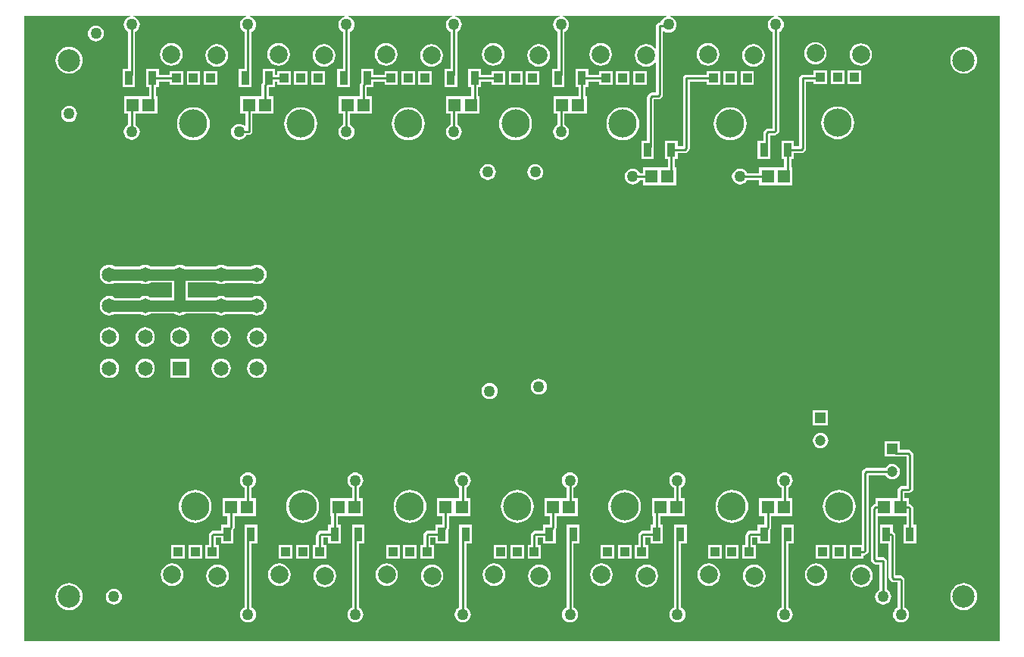
<source format=gbl>
G04*
G04 #@! TF.GenerationSoftware,Altium Limited,Altium Designer,20.2.6 (244)*
G04*
G04 Layer_Physical_Order=4*
G04 Layer_Color=16711680*
%FSLAX25Y25*%
%MOIN*%
G70*
G04*
G04 #@! TF.SameCoordinates,8424CAA1-D01E-41BF-9092-1BA52A19D79E*
G04*
G04*
G04 #@! TF.FilePolarity,Positive*
G04*
G01*
G75*
%ADD12C,0.01000*%
%ADD25C,0.05000*%
%ADD26C,0.06496*%
%ADD27R,0.06496X0.06496*%
%ADD28R,0.04724X0.04724*%
%ADD29C,0.04724*%
%ADD30C,0.07874*%
%ADD31R,0.03937X0.03937*%
%ADD32C,0.12402*%
%ADD33C,0.05000*%
%ADD34C,0.09843*%
%ADD35R,0.03543X0.06102*%
%ADD36R,0.05500X0.05800*%
G36*
X547244Y118110D02*
X118110D01*
Y393701D01*
X164614D01*
X164646Y393201D01*
X164441Y393174D01*
X163589Y392821D01*
X162858Y392260D01*
X162297Y391529D01*
X161944Y390677D01*
X161824Y389764D01*
X161944Y388850D01*
X162297Y387999D01*
X162858Y387267D01*
X163589Y386706D01*
X163817Y386612D01*
Y370193D01*
X161303D01*
Y362090D01*
X166847D01*
Y367266D01*
X166876Y367413D01*
Y386606D01*
X167119Y386706D01*
X167851Y387267D01*
X168412Y387999D01*
X168764Y388850D01*
X168885Y389764D01*
X168764Y390677D01*
X168412Y391529D01*
X167851Y392260D01*
X167119Y392821D01*
X166268Y393174D01*
X166062Y393201D01*
X166095Y393701D01*
X215795D01*
X215828Y393201D01*
X215622Y393174D01*
X214770Y392821D01*
X214039Y392260D01*
X213478Y391529D01*
X213125Y390677D01*
X213005Y389764D01*
X213125Y388850D01*
X213478Y387999D01*
X214039Y387267D01*
X214770Y386706D01*
X214998Y386612D01*
Y370193D01*
X212484D01*
Y362090D01*
X218028D01*
Y367266D01*
X218057Y367413D01*
Y386606D01*
X218301Y386706D01*
X219032Y387267D01*
X219593Y387999D01*
X219945Y388850D01*
X220066Y389764D01*
X219945Y390677D01*
X219593Y391529D01*
X219032Y392260D01*
X218301Y392821D01*
X217449Y393174D01*
X217243Y393201D01*
X217276Y393701D01*
X259102D01*
X259135Y393201D01*
X258929Y393174D01*
X258077Y392821D01*
X257346Y392260D01*
X256785Y391529D01*
X256433Y390677D01*
X256312Y389764D01*
X256433Y388850D01*
X256785Y387999D01*
X257346Y387267D01*
X258077Y386706D01*
X258313Y386609D01*
Y378340D01*
X258305Y378300D01*
Y370193D01*
X255791D01*
Y362090D01*
X261335D01*
Y367266D01*
X261364Y367413D01*
Y378269D01*
X261372Y378308D01*
Y386609D01*
X261608Y386706D01*
X262339Y387267D01*
X262900Y387999D01*
X263252Y388850D01*
X263373Y389764D01*
X263252Y390677D01*
X262900Y391529D01*
X262339Y392260D01*
X261608Y392821D01*
X260756Y393174D01*
X260550Y393201D01*
X260583Y393701D01*
X306346D01*
X306379Y393201D01*
X306173Y393174D01*
X305322Y392821D01*
X304590Y392260D01*
X304029Y391529D01*
X303677Y390677D01*
X303556Y389764D01*
X303677Y388850D01*
X304029Y387999D01*
X304590Y387267D01*
X305322Y386706D01*
X305549Y386612D01*
Y370193D01*
X303035D01*
Y362090D01*
X308579D01*
Y367266D01*
X308608Y367413D01*
Y386606D01*
X308852Y386706D01*
X309583Y387267D01*
X310144Y387999D01*
X310496Y388850D01*
X310617Y389764D01*
X310496Y390677D01*
X310144Y391529D01*
X309583Y392260D01*
X308852Y392821D01*
X308000Y393174D01*
X307794Y393201D01*
X307827Y393701D01*
X353590D01*
X353623Y393201D01*
X353417Y393174D01*
X352566Y392821D01*
X351835Y392260D01*
X351273Y391529D01*
X350921Y390677D01*
X350800Y389764D01*
X350921Y388850D01*
X351273Y387999D01*
X351835Y387267D01*
X352566Y386706D01*
X352801Y386609D01*
Y372435D01*
X352793Y372395D01*
Y370193D01*
X350279D01*
Y362090D01*
X355823D01*
Y367266D01*
X355852Y367413D01*
Y372363D01*
X355860Y372403D01*
Y386609D01*
X356096Y386706D01*
X356827Y387267D01*
X357388Y387999D01*
X357741Y388850D01*
X357861Y389764D01*
X357741Y390677D01*
X357388Y391529D01*
X356827Y392260D01*
X356096Y392821D01*
X355244Y393174D01*
X355038Y393201D01*
X355071Y393701D01*
X400834D01*
X400867Y393201D01*
X400661Y393174D01*
X399810Y392821D01*
X399079Y392260D01*
X398518Y391529D01*
X398177Y390707D01*
X397638D01*
X397053Y390591D01*
X396556Y390259D01*
X396225Y389763D01*
X396108Y389178D01*
Y379370D01*
X395608Y379200D01*
X395253Y379663D01*
X394222Y380454D01*
X393021Y380952D01*
X391732Y381121D01*
X390443Y380952D01*
X389243Y380454D01*
X388211Y379663D01*
X387420Y378631D01*
X386922Y377431D01*
X386753Y376142D01*
X386922Y374853D01*
X387420Y373652D01*
X388211Y372621D01*
X389243Y371829D01*
X390443Y371332D01*
X391732Y371162D01*
X393021Y371332D01*
X394222Y371829D01*
X395253Y372621D01*
X395608Y373083D01*
X396108Y372914D01*
Y359797D01*
X394224D01*
X393638Y359681D01*
X393142Y359349D01*
X392556Y358763D01*
X392225Y358267D01*
X392108Y357682D01*
Y338697D01*
X389650D01*
Y330594D01*
X395193D01*
Y338697D01*
X395167D01*
Y356738D01*
X397052D01*
X397637Y356855D01*
X398133Y357186D01*
X398719Y357772D01*
X399051Y358268D01*
X399167Y358854D01*
Y386634D01*
X399616Y386856D01*
X399810Y386706D01*
X400661Y386354D01*
X401575Y386234D01*
X402489Y386354D01*
X403340Y386706D01*
X404071Y387267D01*
X404632Y387999D01*
X404985Y388850D01*
X405105Y389764D01*
X404985Y390677D01*
X404632Y391529D01*
X404071Y392260D01*
X403340Y392821D01*
X402489Y393174D01*
X402283Y393201D01*
X402315Y393701D01*
X448078D01*
X448111Y393201D01*
X447905Y393174D01*
X447054Y392821D01*
X446323Y392260D01*
X445762Y391529D01*
X445409Y390677D01*
X445289Y389764D01*
X445409Y388850D01*
X445762Y387999D01*
X446323Y387267D01*
X447054Y386706D01*
X447290Y386609D01*
Y344049D01*
X445468D01*
X444882Y343933D01*
X444386Y343601D01*
X443793Y343007D01*
X443461Y342511D01*
X443345Y341926D01*
Y338697D01*
X440831D01*
Y330594D01*
X446374D01*
Y335770D01*
X446403Y335917D01*
Y340990D01*
X448233D01*
X448818Y341107D01*
X449314Y341438D01*
X449900Y342024D01*
X450232Y342520D01*
X450348Y343106D01*
Y386609D01*
X450584Y386706D01*
X451315Y387267D01*
X451876Y387999D01*
X452229Y388850D01*
X452349Y389764D01*
X452229Y390677D01*
X451876Y391529D01*
X451315Y392260D01*
X450584Y392821D01*
X449733Y393174D01*
X449527Y393201D01*
X449559Y393701D01*
X547244D01*
Y118110D01*
D02*
G37*
%LPC*%
G36*
X149606Y389357D02*
X148693Y389237D01*
X147841Y388884D01*
X147110Y388323D01*
X146549Y387592D01*
X146196Y386740D01*
X146076Y385827D01*
X146196Y384913D01*
X146549Y384062D01*
X147110Y383330D01*
X147841Y382769D01*
X148693Y382417D01*
X149606Y382297D01*
X150520Y382417D01*
X151371Y382769D01*
X152102Y383330D01*
X152664Y384062D01*
X153016Y384913D01*
X153137Y385827D01*
X153016Y386740D01*
X152664Y387592D01*
X152102Y388323D01*
X151371Y388884D01*
X150520Y389237D01*
X149606Y389357D01*
D02*
G37*
G36*
X466221Y382047D02*
X464932Y381877D01*
X463731Y381379D01*
X462699Y380588D01*
X461908Y379557D01*
X461411Y378356D01*
X461241Y377067D01*
X461411Y375778D01*
X461908Y374577D01*
X462699Y373546D01*
X463731Y372755D01*
X464932Y372257D01*
X466221Y372087D01*
X467509Y372257D01*
X468710Y372755D01*
X469742Y373546D01*
X470533Y374577D01*
X471030Y375778D01*
X471200Y377067D01*
X471030Y378356D01*
X470533Y379557D01*
X469742Y380588D01*
X468710Y381379D01*
X467509Y381877D01*
X466221Y382047D01*
D02*
G37*
G36*
X418976Y381653D02*
X417688Y381483D01*
X416487Y380986D01*
X415455Y380194D01*
X414664Y379163D01*
X414166Y377962D01*
X413997Y376673D01*
X414166Y375384D01*
X414664Y374183D01*
X415455Y373152D01*
X416487Y372361D01*
X417688Y371863D01*
X418976Y371694D01*
X420265Y371863D01*
X421466Y372361D01*
X422498Y373152D01*
X423289Y374183D01*
X423786Y375384D01*
X423956Y376673D01*
X423786Y377962D01*
X423289Y379163D01*
X422498Y380194D01*
X421466Y380986D01*
X420265Y381483D01*
X418976Y381653D01*
D02*
G37*
G36*
X371732D02*
X370444Y381483D01*
X369243Y380986D01*
X368211Y380194D01*
X367420Y379163D01*
X366922Y377962D01*
X366753Y376673D01*
X366922Y375384D01*
X367420Y374183D01*
X368211Y373152D01*
X369243Y372361D01*
X370444Y371863D01*
X371732Y371694D01*
X373021Y371863D01*
X374222Y372361D01*
X375253Y373152D01*
X376045Y374183D01*
X376542Y375384D01*
X376712Y376673D01*
X376542Y377962D01*
X376045Y379163D01*
X375253Y380194D01*
X374222Y380986D01*
X373021Y381483D01*
X371732Y381653D01*
D02*
G37*
G36*
X324488D02*
X323199Y381483D01*
X321998Y380986D01*
X320967Y380194D01*
X320176Y379163D01*
X319678Y377962D01*
X319509Y376673D01*
X319678Y375384D01*
X320176Y374183D01*
X320967Y373152D01*
X321998Y372361D01*
X323199Y371863D01*
X324488Y371694D01*
X325777Y371863D01*
X326978Y372361D01*
X328009Y373152D01*
X328801Y374183D01*
X329298Y375384D01*
X329468Y376673D01*
X329298Y377962D01*
X328801Y379163D01*
X328009Y380194D01*
X326978Y380986D01*
X325777Y381483D01*
X324488Y381653D01*
D02*
G37*
G36*
X277244D02*
X275955Y381483D01*
X274754Y380986D01*
X273723Y380194D01*
X272932Y379163D01*
X272434Y377962D01*
X272265Y376673D01*
X272434Y375384D01*
X272932Y374183D01*
X273723Y373152D01*
X274754Y372361D01*
X275955Y371863D01*
X277244Y371694D01*
X278533Y371863D01*
X279734Y372361D01*
X280765Y373152D01*
X281557Y374183D01*
X282054Y375384D01*
X282224Y376673D01*
X282054Y377962D01*
X281557Y379163D01*
X280765Y380194D01*
X279734Y380986D01*
X278533Y381483D01*
X277244Y381653D01*
D02*
G37*
G36*
X230000D02*
X228711Y381483D01*
X227510Y380986D01*
X226479Y380194D01*
X225688Y379163D01*
X225190Y377962D01*
X225020Y376673D01*
X225190Y375384D01*
X225688Y374183D01*
X226479Y373152D01*
X227510Y372361D01*
X228711Y371863D01*
X230000Y371694D01*
X231289Y371863D01*
X232490Y372361D01*
X233521Y373152D01*
X234313Y374183D01*
X234810Y375384D01*
X234980Y376673D01*
X234810Y377962D01*
X234313Y379163D01*
X233521Y380194D01*
X232490Y380986D01*
X231289Y381483D01*
X230000Y381653D01*
D02*
G37*
G36*
X182756D02*
X181467Y381483D01*
X180266Y380986D01*
X179235Y380194D01*
X178443Y379163D01*
X177946Y377962D01*
X177776Y376673D01*
X177946Y375384D01*
X178443Y374183D01*
X179235Y373152D01*
X180266Y372361D01*
X181467Y371863D01*
X182756Y371694D01*
X184045Y371863D01*
X185246Y372361D01*
X186277Y373152D01*
X187068Y374183D01*
X187566Y375384D01*
X187735Y376673D01*
X187566Y377962D01*
X187068Y379163D01*
X186277Y380194D01*
X185246Y380986D01*
X184045Y381483D01*
X182756Y381653D01*
D02*
G37*
G36*
X486221Y381515D02*
X484932Y381345D01*
X483731Y380848D01*
X482699Y380057D01*
X481908Y379025D01*
X481411Y377824D01*
X481241Y376535D01*
X481411Y375247D01*
X481908Y374046D01*
X482699Y373014D01*
X483731Y372223D01*
X484932Y371726D01*
X486221Y371556D01*
X487509Y371726D01*
X488710Y372223D01*
X489742Y373014D01*
X490533Y374046D01*
X491030Y375247D01*
X491200Y376535D01*
X491030Y377824D01*
X490533Y379025D01*
X489742Y380057D01*
X488710Y380848D01*
X487509Y381345D01*
X486221Y381515D01*
D02*
G37*
G36*
X438976Y381121D02*
X437688Y380952D01*
X436487Y380454D01*
X435455Y379663D01*
X434664Y378631D01*
X434166Y377431D01*
X433997Y376142D01*
X434166Y374853D01*
X434664Y373652D01*
X435455Y372621D01*
X436487Y371829D01*
X437688Y371332D01*
X438976Y371162D01*
X440265Y371332D01*
X441466Y371829D01*
X442497Y372621D01*
X443289Y373652D01*
X443786Y374853D01*
X443956Y376142D01*
X443786Y377431D01*
X443289Y378631D01*
X442497Y379663D01*
X441466Y380454D01*
X440265Y380952D01*
X438976Y381121D01*
D02*
G37*
G36*
X344488D02*
X343199Y380952D01*
X341998Y380454D01*
X340967Y379663D01*
X340176Y378631D01*
X339678Y377431D01*
X339509Y376142D01*
X339678Y374853D01*
X340176Y373652D01*
X340967Y372621D01*
X341998Y371829D01*
X343199Y371332D01*
X344488Y371162D01*
X345777Y371332D01*
X346978Y371829D01*
X348009Y372621D01*
X348801Y373652D01*
X349298Y374853D01*
X349468Y376142D01*
X349298Y377431D01*
X348801Y378631D01*
X348009Y379663D01*
X346978Y380454D01*
X345777Y380952D01*
X344488Y381121D01*
D02*
G37*
G36*
X297244D02*
X295955Y380952D01*
X294754Y380454D01*
X293723Y379663D01*
X292932Y378631D01*
X292434Y377431D01*
X292265Y376142D01*
X292434Y374853D01*
X292932Y373652D01*
X293723Y372621D01*
X294754Y371829D01*
X295955Y371332D01*
X297244Y371162D01*
X298533Y371332D01*
X299734Y371829D01*
X300765Y372621D01*
X301557Y373652D01*
X302054Y374853D01*
X302224Y376142D01*
X302054Y377431D01*
X301557Y378631D01*
X300765Y379663D01*
X299734Y380454D01*
X298533Y380952D01*
X297244Y381121D01*
D02*
G37*
G36*
X250000D02*
X248711Y380952D01*
X247510Y380454D01*
X246479Y379663D01*
X245688Y378631D01*
X245190Y377431D01*
X245020Y376142D01*
X245190Y374853D01*
X245688Y373652D01*
X246479Y372621D01*
X247510Y371829D01*
X248711Y371332D01*
X250000Y371162D01*
X251289Y371332D01*
X252490Y371829D01*
X253521Y372621D01*
X254312Y373652D01*
X254810Y374853D01*
X254980Y376142D01*
X254810Y377431D01*
X254312Y378631D01*
X253521Y379663D01*
X252490Y380454D01*
X251289Y380952D01*
X250000Y381121D01*
D02*
G37*
G36*
X202756D02*
X201467Y380952D01*
X200266Y380454D01*
X199235Y379663D01*
X198443Y378631D01*
X197946Y377431D01*
X197776Y376142D01*
X197946Y374853D01*
X198443Y373652D01*
X199235Y372621D01*
X200266Y371829D01*
X201467Y371332D01*
X202756Y371162D01*
X204045Y371332D01*
X205246Y371829D01*
X206277Y372621D01*
X207068Y373652D01*
X207566Y374853D01*
X207735Y376142D01*
X207566Y377431D01*
X207068Y378631D01*
X206277Y379663D01*
X205246Y380454D01*
X204045Y380952D01*
X202756Y381121D01*
D02*
G37*
G36*
X531496Y379966D02*
X530335Y379851D01*
X529219Y379513D01*
X528191Y378963D01*
X527289Y378223D01*
X526549Y377321D01*
X525999Y376293D01*
X525661Y375177D01*
X525546Y374016D01*
X525661Y372855D01*
X525999Y371739D01*
X526549Y370710D01*
X527289Y369809D01*
X528191Y369069D01*
X529219Y368519D01*
X530335Y368180D01*
X531496Y368066D01*
X532657Y368180D01*
X533773Y368519D01*
X534802Y369069D01*
X535703Y369809D01*
X536443Y370710D01*
X536993Y371739D01*
X537332Y372855D01*
X537446Y374016D01*
X537332Y375177D01*
X536993Y376293D01*
X536443Y377321D01*
X535703Y378223D01*
X534802Y378963D01*
X533773Y379513D01*
X532657Y379851D01*
X531496Y379966D01*
D02*
G37*
G36*
X137795D02*
X136635Y379851D01*
X135518Y379513D01*
X134490Y378963D01*
X133588Y378223D01*
X132848Y377321D01*
X132298Y376293D01*
X131960Y375177D01*
X131845Y374016D01*
X131960Y372855D01*
X132298Y371739D01*
X132848Y370710D01*
X133588Y369809D01*
X134490Y369069D01*
X135518Y368519D01*
X136635Y368180D01*
X137795Y368066D01*
X138956Y368180D01*
X140072Y368519D01*
X141101Y369069D01*
X142002Y369809D01*
X142743Y370710D01*
X143292Y371739D01*
X143631Y372855D01*
X143745Y374016D01*
X143631Y375177D01*
X143292Y376293D01*
X142743Y377321D01*
X142002Y378223D01*
X141101Y378963D01*
X140072Y379513D01*
X138956Y379851D01*
X137795Y379966D01*
D02*
G37*
G36*
X486433Y369504D02*
X480496D01*
Y363567D01*
X486433D01*
Y369504D01*
D02*
G37*
G36*
X478953D02*
X473016D01*
Y363567D01*
X478953D01*
Y369504D01*
D02*
G37*
G36*
X471472D02*
X465535D01*
Y367671D01*
X460630D01*
X460045Y367555D01*
X459549Y367223D01*
X459217Y366727D01*
X459100Y366142D01*
Y336175D01*
X456807D01*
Y338697D01*
X451264D01*
Y330594D01*
X452506D01*
Y326735D01*
X441523D01*
Y324364D01*
X436226D01*
X436128Y324600D01*
X435567Y325331D01*
X434836Y325892D01*
X433985Y326245D01*
X433071Y326365D01*
X432157Y326245D01*
X431306Y325892D01*
X430575Y325331D01*
X430014Y324600D01*
X429661Y323748D01*
X429541Y322835D01*
X429661Y321921D01*
X430014Y321070D01*
X430575Y320338D01*
X431306Y319777D01*
X432157Y319425D01*
X433071Y319304D01*
X433985Y319425D01*
X434836Y319777D01*
X435567Y320338D01*
X436128Y321070D01*
X436226Y321305D01*
X441523D01*
Y318935D01*
X456115D01*
Y326735D01*
X455565D01*
Y330594D01*
X456807D01*
Y333116D01*
X460044D01*
X460629Y333233D01*
X461126Y333564D01*
X461711Y334150D01*
X462043Y334646D01*
X462159Y335231D01*
Y364612D01*
X465535D01*
Y363567D01*
X471472D01*
Y369504D01*
D02*
G37*
G36*
X439189Y369110D02*
X433252D01*
Y363173D01*
X439189D01*
Y369110D01*
D02*
G37*
G36*
X431709D02*
X425772D01*
Y363173D01*
X431709D01*
Y369110D01*
D02*
G37*
G36*
X424228D02*
X418291D01*
Y367671D01*
X409449D01*
X408863Y367555D01*
X408367Y367223D01*
X408036Y366727D01*
X407919Y366142D01*
Y336175D01*
X405626D01*
Y338697D01*
X400083D01*
Y330594D01*
X401325D01*
Y326735D01*
X390341D01*
Y324364D01*
X388982D01*
X388884Y324600D01*
X388323Y325331D01*
X387592Y325892D01*
X386740Y326245D01*
X385827Y326365D01*
X384913Y326245D01*
X384062Y325892D01*
X383330Y325331D01*
X382769Y324600D01*
X382417Y323748D01*
X382297Y322835D01*
X382417Y321921D01*
X382769Y321070D01*
X383330Y320338D01*
X384062Y319777D01*
X384913Y319425D01*
X385827Y319304D01*
X386740Y319425D01*
X387592Y319777D01*
X388323Y320338D01*
X388884Y321070D01*
X388982Y321305D01*
X390341D01*
Y318935D01*
X404934D01*
Y326735D01*
X404384D01*
Y330594D01*
X405626D01*
Y333116D01*
X408863D01*
X409448Y333233D01*
X409944Y333564D01*
X410530Y334150D01*
X410862Y334646D01*
X410978Y335231D01*
Y364612D01*
X418291D01*
Y363173D01*
X424228D01*
Y369110D01*
D02*
G37*
G36*
X391945D02*
X386008D01*
Y363173D01*
X391945D01*
Y369110D01*
D02*
G37*
G36*
X384465D02*
X378528D01*
Y363173D01*
X384465D01*
Y369110D01*
D02*
G37*
G36*
X366256Y370193D02*
X360713D01*
Y362090D01*
X361955D01*
Y358231D01*
X350971D01*
Y350431D01*
X352801D01*
Y345675D01*
X352566Y345577D01*
X351835Y345016D01*
X351273Y344285D01*
X350921Y343433D01*
X350800Y342520D01*
X350921Y341606D01*
X351273Y340755D01*
X351835Y340023D01*
X352566Y339462D01*
X353417Y339110D01*
X354331Y338989D01*
X355244Y339110D01*
X356096Y339462D01*
X356827Y340023D01*
X357388Y340755D01*
X357741Y341606D01*
X357861Y342520D01*
X357741Y343433D01*
X357388Y344285D01*
X356827Y345016D01*
X356096Y345577D01*
X355860Y345675D01*
Y350431D01*
X365564D01*
Y358231D01*
X365014D01*
Y362090D01*
X366256D01*
Y364612D01*
X371047D01*
Y363173D01*
X376984D01*
Y369110D01*
X371047D01*
Y367671D01*
X366256D01*
Y370193D01*
D02*
G37*
G36*
X344701Y369110D02*
X338764D01*
Y363173D01*
X344701D01*
Y369110D01*
D02*
G37*
G36*
X337221D02*
X331283D01*
Y363173D01*
X337221D01*
Y369110D01*
D02*
G37*
G36*
X319012Y370193D02*
X313469D01*
Y362090D01*
X314711D01*
Y358231D01*
X303727D01*
Y350431D01*
X305557D01*
Y345675D01*
X305322Y345577D01*
X304590Y345016D01*
X304029Y344285D01*
X303677Y343433D01*
X303556Y342520D01*
X303677Y341606D01*
X304029Y340755D01*
X304590Y340023D01*
X305322Y339462D01*
X306173Y339110D01*
X307087Y338989D01*
X308000Y339110D01*
X308852Y339462D01*
X309583Y340023D01*
X310144Y340755D01*
X310496Y341606D01*
X310617Y342520D01*
X310496Y343433D01*
X310144Y344285D01*
X309583Y345016D01*
X308852Y345577D01*
X308616Y345675D01*
Y350431D01*
X318320D01*
Y358231D01*
X317770D01*
Y362090D01*
X319012D01*
Y364612D01*
X323803D01*
Y363173D01*
X329740D01*
Y369110D01*
X323803D01*
Y367671D01*
X319012D01*
Y370193D01*
D02*
G37*
G36*
X297457Y369110D02*
X291520D01*
Y363173D01*
X297457D01*
Y369110D01*
D02*
G37*
G36*
X289976D02*
X284039D01*
Y363173D01*
X289976D01*
Y369110D01*
D02*
G37*
G36*
X271768Y370193D02*
X266224D01*
Y364244D01*
X265913Y363777D01*
X265796Y363192D01*
Y358231D01*
X256483D01*
Y350431D01*
X258313D01*
Y345675D01*
X258077Y345577D01*
X257346Y345016D01*
X256785Y344285D01*
X256433Y343433D01*
X256312Y342520D01*
X256433Y341606D01*
X256785Y340755D01*
X257346Y340023D01*
X258077Y339462D01*
X258929Y339110D01*
X259842Y338989D01*
X260756Y339110D01*
X261608Y339462D01*
X262339Y340023D01*
X262900Y340755D01*
X263252Y341606D01*
X263373Y342520D01*
X263252Y343433D01*
X262900Y344285D01*
X262339Y345016D01*
X261608Y345577D01*
X261372Y345675D01*
Y350431D01*
X271076D01*
Y358231D01*
X268855D01*
Y362090D01*
X271768D01*
Y364612D01*
X276559D01*
Y363173D01*
X282496D01*
Y369110D01*
X276559D01*
Y367671D01*
X271768D01*
Y370193D01*
D02*
G37*
G36*
X250213Y369110D02*
X244276D01*
Y363173D01*
X250213D01*
Y369110D01*
D02*
G37*
G36*
X242732D02*
X236795D01*
Y363173D01*
X242732D01*
Y369110D01*
D02*
G37*
G36*
X228461Y370193D02*
X222917D01*
Y364244D01*
X222606Y363777D01*
X222489Y363192D01*
Y358231D01*
X213176D01*
Y350431D01*
X215397D01*
Y345414D01*
X214897Y345168D01*
X214364Y345577D01*
X213512Y345930D01*
X212598Y346050D01*
X211685Y345930D01*
X210833Y345577D01*
X210102Y345016D01*
X209541Y344285D01*
X209189Y343433D01*
X209068Y342520D01*
X209189Y341606D01*
X209541Y340755D01*
X210102Y340023D01*
X210833Y339462D01*
X211685Y339110D01*
X212598Y338989D01*
X213512Y339110D01*
X214364Y339462D01*
X215095Y340023D01*
X215656Y340755D01*
X215806Y341118D01*
X216926D01*
X217511Y341235D01*
X218007Y341566D01*
X218339Y342062D01*
X218455Y342648D01*
Y350431D01*
X227769D01*
Y358231D01*
X225548D01*
Y362090D01*
X228461D01*
Y364612D01*
X229315D01*
Y363173D01*
X235252D01*
Y369110D01*
X229315D01*
Y367671D01*
X228461D01*
Y370193D01*
D02*
G37*
G36*
X202969Y369110D02*
X197031D01*
Y363173D01*
X202969D01*
Y369110D01*
D02*
G37*
G36*
X195488D02*
X189551D01*
Y363173D01*
X195488D01*
Y369110D01*
D02*
G37*
G36*
X177279Y370193D02*
X171736D01*
Y362090D01*
X172978D01*
Y358231D01*
X161995D01*
Y350431D01*
X163825D01*
Y345675D01*
X163589Y345577D01*
X162858Y345016D01*
X162297Y344285D01*
X161944Y343433D01*
X161824Y342520D01*
X161944Y341606D01*
X162297Y340755D01*
X162858Y340023D01*
X163589Y339462D01*
X164441Y339110D01*
X165354Y338989D01*
X166268Y339110D01*
X167119Y339462D01*
X167851Y340023D01*
X168412Y340755D01*
X168764Y341606D01*
X168885Y342520D01*
X168764Y343433D01*
X168412Y344285D01*
X167851Y345016D01*
X167119Y345577D01*
X166884Y345675D01*
Y350431D01*
X176588D01*
Y358231D01*
X176037D01*
Y362090D01*
X177279D01*
Y364612D01*
X182071D01*
Y363173D01*
X188008D01*
Y369110D01*
X182071D01*
Y367671D01*
X177279D01*
Y370193D01*
D02*
G37*
G36*
X137795Y353924D02*
X136882Y353804D01*
X136030Y353451D01*
X135299Y352890D01*
X134738Y352159D01*
X134385Y351307D01*
X134265Y350394D01*
X134385Y349480D01*
X134738Y348629D01*
X135299Y347898D01*
X136030Y347337D01*
X136882Y346984D01*
X137795Y346864D01*
X138709Y346984D01*
X139560Y347337D01*
X140292Y347898D01*
X140852Y348629D01*
X141205Y349480D01*
X141325Y350394D01*
X141205Y351307D01*
X140852Y352159D01*
X140292Y352890D01*
X139560Y353451D01*
X138709Y353804D01*
X137795Y353924D01*
D02*
G37*
G36*
X475984Y353692D02*
X474573Y353553D01*
X473215Y353141D01*
X471964Y352473D01*
X470868Y351573D01*
X469968Y350477D01*
X469299Y349226D01*
X468888Y347868D01*
X468749Y346457D01*
X468888Y345045D01*
X469299Y343688D01*
X469968Y342437D01*
X470868Y341340D01*
X471964Y340441D01*
X473215Y339772D01*
X474573Y339360D01*
X475984Y339221D01*
X477396Y339360D01*
X478753Y339772D01*
X480004Y340441D01*
X481101Y341340D01*
X482000Y342437D01*
X482669Y343688D01*
X483081Y345045D01*
X483220Y346457D01*
X483081Y347868D01*
X482669Y349226D01*
X482000Y350477D01*
X481101Y351573D01*
X480004Y352473D01*
X478753Y353141D01*
X477396Y353553D01*
X475984Y353692D01*
D02*
G37*
G36*
X428740Y353299D02*
X427328Y353160D01*
X425971Y352748D01*
X424720Y352079D01*
X423624Y351179D01*
X422724Y350083D01*
X422055Y348832D01*
X421644Y347475D01*
X421504Y346063D01*
X421644Y344651D01*
X422055Y343294D01*
X422724Y342043D01*
X423624Y340947D01*
X424720Y340047D01*
X425971Y339378D01*
X427328Y338966D01*
X428740Y338827D01*
X430152Y338966D01*
X431509Y339378D01*
X432760Y340047D01*
X433856Y340947D01*
X434756Y342043D01*
X435425Y343294D01*
X435837Y344651D01*
X435976Y346063D01*
X435837Y347475D01*
X435425Y348832D01*
X434756Y350083D01*
X433856Y351179D01*
X432760Y352079D01*
X431509Y352748D01*
X430152Y353160D01*
X428740Y353299D01*
D02*
G37*
G36*
X381496D02*
X380084Y353160D01*
X378727Y352748D01*
X377476Y352079D01*
X376380Y351179D01*
X375480Y350083D01*
X374811Y348832D01*
X374399Y347475D01*
X374260Y346063D01*
X374399Y344651D01*
X374811Y343294D01*
X375480Y342043D01*
X376380Y340947D01*
X377476Y340047D01*
X378727Y339378D01*
X380084Y338966D01*
X381496Y338827D01*
X382908Y338966D01*
X384265Y339378D01*
X385516Y340047D01*
X386612Y340947D01*
X387512Y342043D01*
X388181Y343294D01*
X388593Y344651D01*
X388732Y346063D01*
X388593Y347475D01*
X388181Y348832D01*
X387512Y350083D01*
X386612Y351179D01*
X385516Y352079D01*
X384265Y352748D01*
X382908Y353160D01*
X381496Y353299D01*
D02*
G37*
G36*
X334252D02*
X332840Y353160D01*
X331483Y352748D01*
X330232Y352079D01*
X329136Y351179D01*
X328236Y350083D01*
X327567Y348832D01*
X327155Y347475D01*
X327016Y346063D01*
X327155Y344651D01*
X327567Y343294D01*
X328236Y342043D01*
X329136Y340947D01*
X330232Y340047D01*
X331483Y339378D01*
X332840Y338966D01*
X334252Y338827D01*
X335664Y338966D01*
X337021Y339378D01*
X338272Y340047D01*
X339368Y340947D01*
X340268Y342043D01*
X340937Y343294D01*
X341349Y344651D01*
X341488Y346063D01*
X341349Y347475D01*
X340937Y348832D01*
X340268Y350083D01*
X339368Y351179D01*
X338272Y352079D01*
X337021Y352748D01*
X335664Y353160D01*
X334252Y353299D01*
D02*
G37*
G36*
X287008D02*
X285596Y353160D01*
X284239Y352748D01*
X282988Y352079D01*
X281891Y351179D01*
X280992Y350083D01*
X280323Y348832D01*
X279911Y347475D01*
X279772Y346063D01*
X279911Y344651D01*
X280323Y343294D01*
X280992Y342043D01*
X281891Y340947D01*
X282988Y340047D01*
X284239Y339378D01*
X285596Y338966D01*
X287008Y338827D01*
X288420Y338966D01*
X289777Y339378D01*
X291028Y340047D01*
X292124Y340947D01*
X293024Y342043D01*
X293693Y343294D01*
X294105Y344651D01*
X294244Y346063D01*
X294105Y347475D01*
X293693Y348832D01*
X293024Y350083D01*
X292124Y351179D01*
X291028Y352079D01*
X289777Y352748D01*
X288420Y353160D01*
X287008Y353299D01*
D02*
G37*
G36*
X239764D02*
X238352Y353160D01*
X236995Y352748D01*
X235744Y352079D01*
X234647Y351179D01*
X233748Y350083D01*
X233079Y348832D01*
X232667Y347475D01*
X232528Y346063D01*
X232667Y344651D01*
X233079Y343294D01*
X233748Y342043D01*
X234647Y340947D01*
X235744Y340047D01*
X236995Y339378D01*
X238352Y338966D01*
X239764Y338827D01*
X241175Y338966D01*
X242533Y339378D01*
X243784Y340047D01*
X244880Y340947D01*
X245780Y342043D01*
X246449Y343294D01*
X246860Y344651D01*
X246999Y346063D01*
X246860Y347475D01*
X246449Y348832D01*
X245780Y350083D01*
X244880Y351179D01*
X243784Y352079D01*
X242533Y352748D01*
X241175Y353160D01*
X239764Y353299D01*
D02*
G37*
G36*
X192520D02*
X191108Y353160D01*
X189751Y352748D01*
X188500Y352079D01*
X187403Y351179D01*
X186504Y350083D01*
X185835Y348832D01*
X185423Y347475D01*
X185284Y346063D01*
X185423Y344651D01*
X185835Y343294D01*
X186504Y342043D01*
X187403Y340947D01*
X188500Y340047D01*
X189751Y339378D01*
X191108Y338966D01*
X192520Y338827D01*
X193931Y338966D01*
X195289Y339378D01*
X196540Y340047D01*
X197636Y340947D01*
X198536Y342043D01*
X199205Y343294D01*
X199616Y344651D01*
X199755Y346063D01*
X199616Y347475D01*
X199205Y348832D01*
X198536Y350083D01*
X197636Y351179D01*
X196540Y352079D01*
X195289Y352748D01*
X193931Y353160D01*
X192520Y353299D01*
D02*
G37*
G36*
X342957Y328333D02*
X342043Y328213D01*
X341192Y327860D01*
X340460Y327299D01*
X339899Y326568D01*
X339547Y325717D01*
X339427Y324803D01*
X339547Y323889D01*
X339899Y323038D01*
X340460Y322307D01*
X341192Y321746D01*
X342043Y321393D01*
X342957Y321273D01*
X343870Y321393D01*
X344722Y321746D01*
X345453Y322307D01*
X346014Y323038D01*
X346367Y323889D01*
X346487Y324803D01*
X346367Y325717D01*
X346014Y326568D01*
X345453Y327299D01*
X344722Y327860D01*
X343870Y328213D01*
X342957Y328333D01*
D02*
G37*
G36*
X322070D02*
X321156Y328213D01*
X320305Y327860D01*
X319574Y327299D01*
X319013Y326568D01*
X318660Y325717D01*
X318540Y324803D01*
X318660Y323889D01*
X319013Y323038D01*
X319574Y322307D01*
X320305Y321746D01*
X321156Y321393D01*
X322070Y321273D01*
X322984Y321393D01*
X323835Y321746D01*
X324566Y322307D01*
X325127Y323038D01*
X325480Y323889D01*
X325600Y324803D01*
X325480Y325717D01*
X325127Y326568D01*
X324566Y327299D01*
X323835Y327860D01*
X322984Y328213D01*
X322070Y328333D01*
D02*
G37*
G36*
X186542Y283999D02*
X185433Y283853D01*
X184400Y283425D01*
X184163Y283244D01*
X173636D01*
X173402Y283423D01*
X172369Y283851D01*
X171260Y283997D01*
X170151Y283851D01*
X169117Y283423D01*
X168641Y283058D01*
X158131D01*
X157654Y283423D01*
X156621Y283851D01*
X155512Y283997D01*
X154403Y283851D01*
X153369Y283423D01*
X152482Y282742D01*
X151801Y281855D01*
X151373Y280822D01*
X151227Y279713D01*
X151373Y278604D01*
X151801Y277570D01*
X152482Y276683D01*
X153369Y276002D01*
X154403Y275574D01*
X155512Y275428D01*
X156621Y275574D01*
X157643Y275997D01*
X169129D01*
X170151Y275574D01*
X171260Y275428D01*
X172369Y275574D01*
X173402Y276002D01*
X173639Y276183D01*
X183012D01*
Y269464D01*
X173636D01*
X173402Y269644D01*
X172369Y270072D01*
X171260Y270218D01*
X170151Y270072D01*
X169117Y269644D01*
X168618Y269261D01*
X158153D01*
X157654Y269644D01*
X156621Y270072D01*
X155512Y270218D01*
X154403Y270072D01*
X153369Y269644D01*
X152482Y268963D01*
X151801Y268075D01*
X151373Y267042D01*
X151227Y265933D01*
X151373Y264824D01*
X151801Y263791D01*
X152482Y262903D01*
X153369Y262222D01*
X154403Y261794D01*
X155512Y261648D01*
X156621Y261794D01*
X157601Y262200D01*
X169171D01*
X170151Y261794D01*
X171260Y261648D01*
X172369Y261794D01*
X173402Y262222D01*
X173639Y262404D01*
X184166D01*
X184400Y262224D01*
X185433Y261796D01*
X186542Y261650D01*
X187651Y261796D01*
X188685Y262224D01*
X188918Y262404D01*
X202346D01*
X202582Y262222D01*
X203615Y261794D01*
X204724Y261648D01*
X205833Y261794D01*
X206867Y262222D01*
X207010Y262332D01*
X218187D01*
X218330Y262222D01*
X219363Y261794D01*
X220472Y261648D01*
X221581Y261794D01*
X222615Y262222D01*
X223502Y262903D01*
X224183Y263791D01*
X224611Y264824D01*
X224757Y265933D01*
X224611Y267042D01*
X224183Y268075D01*
X223502Y268963D01*
X222615Y269644D01*
X221581Y270072D01*
X220472Y270218D01*
X219363Y270072D01*
X218330Y269644D01*
X218003Y269393D01*
X207194D01*
X206867Y269644D01*
X205833Y270072D01*
X204724Y270218D01*
X203615Y270072D01*
X202582Y269644D01*
X202348Y269464D01*
X190073D01*
Y276183D01*
X202346D01*
X202582Y276002D01*
X203615Y275574D01*
X204724Y275428D01*
X205833Y275574D01*
X206856Y275997D01*
X218341D01*
X219363Y275574D01*
X220472Y275428D01*
X221581Y275574D01*
X222615Y276002D01*
X223502Y276683D01*
X224183Y277570D01*
X224611Y278604D01*
X224757Y279713D01*
X224611Y280822D01*
X224183Y281855D01*
X223502Y282742D01*
X222615Y283423D01*
X221581Y283851D01*
X220472Y283997D01*
X219363Y283851D01*
X218330Y283423D01*
X217854Y283058D01*
X207343D01*
X206867Y283423D01*
X205833Y283851D01*
X204724Y283997D01*
X203615Y283851D01*
X202582Y283423D01*
X202348Y283244D01*
X188921D01*
X188685Y283425D01*
X187651Y283853D01*
X186542Y283999D01*
D02*
G37*
G36*
Y256440D02*
X185433Y256294D01*
X184400Y255866D01*
X183513Y255185D01*
X182832Y254298D01*
X182404Y253264D01*
X182258Y252155D01*
X182404Y251046D01*
X182832Y250013D01*
X183513Y249126D01*
X184400Y248445D01*
X185433Y248017D01*
X186542Y247871D01*
X187651Y248017D01*
X188685Y248445D01*
X189572Y249126D01*
X190253Y250013D01*
X190681Y251046D01*
X190827Y252155D01*
X190681Y253264D01*
X190253Y254298D01*
X189572Y255185D01*
X188685Y255866D01*
X187651Y256294D01*
X186542Y256440D01*
D02*
G37*
G36*
X171260Y256438D02*
X170151Y256292D01*
X169117Y255864D01*
X168230Y255183D01*
X167549Y254296D01*
X167121Y253262D01*
X166975Y252153D01*
X167121Y251045D01*
X167549Y250011D01*
X168230Y249124D01*
X169117Y248443D01*
X170151Y248015D01*
X171260Y247869D01*
X172369Y248015D01*
X173402Y248443D01*
X174290Y249124D01*
X174970Y250011D01*
X175399Y251045D01*
X175545Y252153D01*
X175399Y253262D01*
X174970Y254296D01*
X174290Y255183D01*
X173402Y255864D01*
X172369Y256292D01*
X171260Y256438D01*
D02*
G37*
G36*
X155512D02*
X154403Y256292D01*
X153369Y255864D01*
X152482Y255183D01*
X151801Y254296D01*
X151373Y253262D01*
X151227Y252153D01*
X151373Y251045D01*
X151801Y250011D01*
X152482Y249124D01*
X153369Y248443D01*
X154403Y248015D01*
X155512Y247869D01*
X156621Y248015D01*
X157654Y248443D01*
X158542Y249124D01*
X159222Y250011D01*
X159651Y251045D01*
X159797Y252153D01*
X159651Y253262D01*
X159222Y254296D01*
X158542Y255183D01*
X157654Y255864D01*
X156621Y256292D01*
X155512Y256438D01*
D02*
G37*
G36*
X220472Y256253D02*
X219363Y256107D01*
X218330Y255679D01*
X217443Y254998D01*
X216762Y254111D01*
X216334Y253078D01*
X216188Y251969D01*
X216334Y250859D01*
X216762Y249826D01*
X217443Y248939D01*
X218330Y248258D01*
X219363Y247830D01*
X220472Y247684D01*
X221581Y247830D01*
X222615Y248258D01*
X223502Y248939D01*
X224183Y249826D01*
X224611Y250859D01*
X224757Y251969D01*
X224611Y253078D01*
X224183Y254111D01*
X223502Y254998D01*
X222615Y255679D01*
X221581Y256107D01*
X220472Y256253D01*
D02*
G37*
G36*
X204724D02*
X203615Y256107D01*
X202582Y255679D01*
X201695Y254998D01*
X201014Y254111D01*
X200586Y253078D01*
X200440Y251969D01*
X200586Y250859D01*
X201014Y249826D01*
X201695Y248939D01*
X202582Y248258D01*
X203615Y247830D01*
X204724Y247684D01*
X205833Y247830D01*
X206867Y248258D01*
X207754Y248939D01*
X208435Y249826D01*
X208863Y250859D01*
X209009Y251969D01*
X208863Y253078D01*
X208435Y254111D01*
X207754Y254998D01*
X206867Y255679D01*
X205833Y256107D01*
X204724Y256253D01*
D02*
G37*
G36*
X190790Y242624D02*
X182294D01*
Y234128D01*
X190790D01*
Y242624D01*
D02*
G37*
G36*
X204724Y242661D02*
X203615Y242515D01*
X202582Y242087D01*
X201695Y241406D01*
X201014Y240518D01*
X200586Y239485D01*
X200440Y238376D01*
X200586Y237267D01*
X201014Y236234D01*
X201695Y235346D01*
X202582Y234665D01*
X203615Y234237D01*
X204724Y234091D01*
X205833Y234237D01*
X206867Y234665D01*
X207754Y235346D01*
X208435Y236234D01*
X208863Y237267D01*
X209009Y238376D01*
X208863Y239485D01*
X208435Y240518D01*
X207754Y241406D01*
X206867Y242087D01*
X205833Y242515D01*
X204724Y242661D01*
D02*
G37*
G36*
X220472Y242659D02*
X219363Y242513D01*
X218330Y242085D01*
X217443Y241404D01*
X216762Y240516D01*
X216334Y239483D01*
X216188Y238374D01*
X216334Y237265D01*
X216762Y236232D01*
X217443Y235344D01*
X218330Y234663D01*
X219363Y234235D01*
X220472Y234089D01*
X221581Y234235D01*
X222615Y234663D01*
X223502Y235344D01*
X224183Y236232D01*
X224611Y237265D01*
X224757Y238374D01*
X224611Y239483D01*
X224183Y240516D01*
X223502Y241404D01*
X222615Y242085D01*
X221581Y242513D01*
X220472Y242659D01*
D02*
G37*
G36*
X171260D02*
X170151Y242513D01*
X169117Y242085D01*
X168230Y241404D01*
X167549Y240516D01*
X167121Y239483D01*
X166975Y238374D01*
X167121Y237265D01*
X167549Y236232D01*
X168230Y235344D01*
X169117Y234663D01*
X170151Y234235D01*
X171260Y234089D01*
X172369Y234235D01*
X173402Y234663D01*
X174290Y235344D01*
X174970Y236232D01*
X175399Y237265D01*
X175545Y238374D01*
X175399Y239483D01*
X174970Y240516D01*
X174290Y241404D01*
X173402Y242085D01*
X172369Y242513D01*
X171260Y242659D01*
D02*
G37*
G36*
X155512D02*
X154403Y242513D01*
X153369Y242085D01*
X152482Y241404D01*
X151801Y240516D01*
X151373Y239483D01*
X151227Y238374D01*
X151373Y237265D01*
X151801Y236232D01*
X152482Y235344D01*
X153369Y234663D01*
X154403Y234235D01*
X155512Y234089D01*
X156621Y234235D01*
X157654Y234663D01*
X158542Y235344D01*
X159222Y236232D01*
X159651Y237265D01*
X159797Y238374D01*
X159651Y239483D01*
X159222Y240516D01*
X158542Y241404D01*
X157654Y242085D01*
X156621Y242513D01*
X155512Y242659D01*
D02*
G37*
G36*
X344526Y233784D02*
X343612Y233663D01*
X342760Y233311D01*
X342029Y232750D01*
X341468Y232019D01*
X341116Y231167D01*
X340995Y230254D01*
X341116Y229340D01*
X341468Y228488D01*
X342029Y227757D01*
X342760Y227196D01*
X343612Y226844D01*
X344526Y226723D01*
X345439Y226844D01*
X346291Y227196D01*
X347022Y227757D01*
X347583Y228488D01*
X347936Y229340D01*
X348056Y230254D01*
X347936Y231167D01*
X347583Y232019D01*
X347022Y232750D01*
X346291Y233311D01*
X345439Y233663D01*
X344526Y233784D01*
D02*
G37*
G36*
X322835Y231877D02*
X321921Y231756D01*
X321070Y231404D01*
X320338Y230843D01*
X319777Y230112D01*
X319425Y229260D01*
X319304Y228346D01*
X319425Y227433D01*
X319777Y226581D01*
X320338Y225850D01*
X321070Y225289D01*
X321921Y224937D01*
X322835Y224816D01*
X323748Y224937D01*
X324600Y225289D01*
X325331Y225850D01*
X325892Y226581D01*
X326245Y227433D01*
X326365Y228346D01*
X326245Y229260D01*
X325892Y230112D01*
X325331Y230843D01*
X324600Y231404D01*
X323748Y231756D01*
X322835Y231877D01*
D02*
G37*
G36*
X471866Y219898D02*
X465142D01*
Y213173D01*
X471866D01*
Y219898D01*
D02*
G37*
G36*
X468504Y209927D02*
X467626Y209811D01*
X466808Y209472D01*
X466106Y208933D01*
X465567Y208231D01*
X465228Y207413D01*
X465113Y206535D01*
X465228Y205658D01*
X465567Y204840D01*
X466106Y204137D01*
X466808Y203599D01*
X467626Y203260D01*
X468504Y203144D01*
X469382Y203260D01*
X470199Y203599D01*
X470902Y204137D01*
X471441Y204840D01*
X471780Y205658D01*
X471895Y206535D01*
X471780Y207413D01*
X471441Y208231D01*
X470902Y208933D01*
X470199Y209472D01*
X469382Y209811D01*
X468504Y209927D01*
D02*
G37*
G36*
X500000Y196305D02*
X499122Y196189D01*
X498304Y195850D01*
X497602Y195311D01*
X497063Y194609D01*
X496994Y194443D01*
X488775D01*
X488190Y194326D01*
X487693Y193995D01*
X487108Y193409D01*
X486776Y192913D01*
X486660Y192328D01*
Y160449D01*
X481284D01*
Y154512D01*
X487220D01*
Y155951D01*
X487603D01*
X488189Y156067D01*
X488685Y156399D01*
X489270Y156985D01*
X489602Y157481D01*
X489718Y158066D01*
Y191384D01*
X496994D01*
X497063Y191218D01*
X497602Y190515D01*
X498304Y189977D01*
X499122Y189638D01*
X500000Y189522D01*
X500878Y189638D01*
X501696Y189977D01*
X502398Y190515D01*
X502937Y191218D01*
X503276Y192036D01*
X503391Y192913D01*
X503276Y193791D01*
X502937Y194609D01*
X502398Y195311D01*
X501696Y195850D01*
X500878Y196189D01*
X500000Y196305D01*
D02*
G37*
G36*
X476772Y184795D02*
X475360Y184656D01*
X474003Y184244D01*
X472752Y183575D01*
X471655Y182675D01*
X470755Y181579D01*
X470087Y180328D01*
X469675Y178971D01*
X469536Y177559D01*
X469675Y176147D01*
X470087Y174790D01*
X470755Y173539D01*
X471655Y172443D01*
X472752Y171543D01*
X474003Y170874D01*
X475360Y170463D01*
X476772Y170323D01*
X478183Y170463D01*
X479541Y170874D01*
X480792Y171543D01*
X481888Y172443D01*
X482788Y173539D01*
X483457Y174790D01*
X483868Y176147D01*
X484007Y177559D01*
X483868Y178971D01*
X483457Y180328D01*
X482788Y181579D01*
X481888Y182675D01*
X480792Y183575D01*
X479541Y184244D01*
X478183Y184656D01*
X476772Y184795D01*
D02*
G37*
G36*
X429528D02*
X428116Y184656D01*
X426759Y184244D01*
X425508Y183575D01*
X424411Y182675D01*
X423511Y181579D01*
X422843Y180328D01*
X422431Y178971D01*
X422292Y177559D01*
X422431Y176147D01*
X422843Y174790D01*
X423511Y173539D01*
X424411Y172443D01*
X425508Y171543D01*
X426759Y170874D01*
X428116Y170463D01*
X429528Y170323D01*
X430939Y170463D01*
X432297Y170874D01*
X433547Y171543D01*
X434644Y172443D01*
X435544Y173539D01*
X436212Y174790D01*
X436624Y176147D01*
X436763Y177559D01*
X436624Y178971D01*
X436212Y180328D01*
X435544Y181579D01*
X434644Y182675D01*
X433547Y183575D01*
X432297Y184244D01*
X430939Y184656D01*
X429528Y184795D01*
D02*
G37*
G36*
X382283D02*
X380872Y184656D01*
X379515Y184244D01*
X378264Y183575D01*
X377167Y182675D01*
X376267Y181579D01*
X375599Y180328D01*
X375187Y178971D01*
X375048Y177559D01*
X375187Y176147D01*
X375599Y174790D01*
X376267Y173539D01*
X377167Y172443D01*
X378264Y171543D01*
X379515Y170874D01*
X380872Y170463D01*
X382283Y170323D01*
X383695Y170463D01*
X385052Y170874D01*
X386303Y171543D01*
X387400Y172443D01*
X388300Y173539D01*
X388968Y174790D01*
X389380Y176147D01*
X389519Y177559D01*
X389380Y178971D01*
X388968Y180328D01*
X388300Y181579D01*
X387400Y182675D01*
X386303Y183575D01*
X385052Y184244D01*
X383695Y184656D01*
X382283Y184795D01*
D02*
G37*
G36*
X335039D02*
X333628Y184656D01*
X332270Y184244D01*
X331019Y183575D01*
X329923Y182675D01*
X329023Y181579D01*
X328355Y180328D01*
X327943Y178971D01*
X327804Y177559D01*
X327943Y176147D01*
X328355Y174790D01*
X329023Y173539D01*
X329923Y172443D01*
X331019Y171543D01*
X332270Y170874D01*
X333628Y170463D01*
X335039Y170323D01*
X336451Y170463D01*
X337808Y170874D01*
X339059Y171543D01*
X340156Y172443D01*
X341056Y173539D01*
X341724Y174790D01*
X342136Y176147D01*
X342275Y177559D01*
X342136Y178971D01*
X341724Y180328D01*
X341056Y181579D01*
X340156Y182675D01*
X339059Y183575D01*
X337808Y184244D01*
X336451Y184656D01*
X335039Y184795D01*
D02*
G37*
G36*
X287795D02*
X286384Y184656D01*
X285026Y184244D01*
X283775Y183575D01*
X282679Y182675D01*
X281779Y181579D01*
X281110Y180328D01*
X280699Y178971D01*
X280560Y177559D01*
X280699Y176147D01*
X281110Y174790D01*
X281779Y173539D01*
X282679Y172443D01*
X283775Y171543D01*
X285026Y170874D01*
X286384Y170463D01*
X287795Y170323D01*
X289207Y170463D01*
X290564Y170874D01*
X291815Y171543D01*
X292912Y172443D01*
X293811Y173539D01*
X294480Y174790D01*
X294892Y176147D01*
X295031Y177559D01*
X294892Y178971D01*
X294480Y180328D01*
X293811Y181579D01*
X292912Y182675D01*
X291815Y183575D01*
X290564Y184244D01*
X289207Y184656D01*
X287795Y184795D01*
D02*
G37*
G36*
X240551D02*
X239140Y184656D01*
X237782Y184244D01*
X236531Y183575D01*
X235435Y182675D01*
X234535Y181579D01*
X233866Y180328D01*
X233455Y178971D01*
X233316Y177559D01*
X233455Y176147D01*
X233866Y174790D01*
X234535Y173539D01*
X235435Y172443D01*
X236531Y171543D01*
X237782Y170874D01*
X239140Y170463D01*
X240551Y170323D01*
X241963Y170463D01*
X243320Y170874D01*
X244571Y171543D01*
X245668Y172443D01*
X246567Y173539D01*
X247236Y174790D01*
X247648Y176147D01*
X247787Y177559D01*
X247648Y178971D01*
X247236Y180328D01*
X246567Y181579D01*
X245668Y182675D01*
X244571Y183575D01*
X243320Y184244D01*
X241963Y184656D01*
X240551Y184795D01*
D02*
G37*
G36*
X193307D02*
X191895Y184656D01*
X190538Y184244D01*
X189287Y183575D01*
X188191Y182675D01*
X187291Y181579D01*
X186622Y180328D01*
X186211Y178971D01*
X186072Y177559D01*
X186211Y176147D01*
X186622Y174790D01*
X187291Y173539D01*
X188191Y172443D01*
X189287Y171543D01*
X190538Y170874D01*
X191895Y170463D01*
X193307Y170323D01*
X194719Y170463D01*
X196076Y170874D01*
X197327Y171543D01*
X198424Y172443D01*
X199323Y173539D01*
X199992Y174790D01*
X200404Y176147D01*
X200543Y177559D01*
X200404Y178971D01*
X199992Y180328D01*
X199323Y181579D01*
X198424Y182675D01*
X197327Y183575D01*
X196076Y184244D01*
X194719Y184656D01*
X193307Y184795D01*
D02*
G37*
G36*
X503362Y206276D02*
X496638D01*
Y199551D01*
X501714D01*
X501862Y199522D01*
X506345D01*
Y186569D01*
X504523D01*
X503937Y186452D01*
X503441Y186121D01*
X502856Y185535D01*
X502524Y185039D01*
X502408Y184454D01*
Y181065D01*
X492704D01*
Y178693D01*
X492127Y178578D01*
X491630Y178247D01*
X491045Y177661D01*
X490713Y177165D01*
X490597Y176580D01*
Y154129D01*
X490713Y153544D01*
X491045Y153048D01*
X491630Y152462D01*
X492127Y152130D01*
X492712Y152014D01*
X494534D01*
Y140950D01*
X494298Y140852D01*
X493567Y140292D01*
X493006Y139560D01*
X492653Y138709D01*
X492533Y137795D01*
X492653Y136882D01*
X493006Y136030D01*
X493567Y135299D01*
X494298Y134738D01*
X495149Y134385D01*
X496063Y134265D01*
X496977Y134385D01*
X497828Y134738D01*
X498559Y135299D01*
X499120Y136030D01*
X499473Y136882D01*
X499593Y137795D01*
X499473Y138709D01*
X499120Y139560D01*
X498559Y140292D01*
X497828Y140852D01*
X497592Y140950D01*
Y153543D01*
X497476Y154129D01*
X497144Y154625D01*
X496648Y154956D01*
X496063Y155073D01*
X493655D01*
Y173265D01*
X506345D01*
Y169405D01*
X505102D01*
Y161303D01*
X510646D01*
Y169405D01*
X509403D01*
Y176580D01*
X509287Y177165D01*
X508955Y177661D01*
X508370Y178247D01*
X507873Y178578D01*
X507296Y178693D01*
Y181065D01*
X505466D01*
Y183510D01*
X507288D01*
X507873Y183626D01*
X508370Y183958D01*
X508955Y184544D01*
X509287Y185040D01*
X509403Y185625D01*
Y200202D01*
X509287Y200787D01*
X508955Y201283D01*
X508106Y202133D01*
X507610Y202464D01*
X507024Y202581D01*
X503362D01*
Y206276D01*
D02*
G37*
G36*
X452756Y192507D02*
X451842Y192386D01*
X450991Y192034D01*
X450260Y191473D01*
X449699Y190742D01*
X449346Y189890D01*
X449226Y188976D01*
X449346Y188063D01*
X449699Y187211D01*
X450260Y186480D01*
X450991Y185919D01*
X451227Y185821D01*
Y181065D01*
X441523D01*
Y173265D01*
X443743D01*
Y169405D01*
X440831D01*
Y166884D01*
X437594D01*
X437008Y166767D01*
X436512Y166436D01*
X435926Y165850D01*
X435595Y165354D01*
X435478Y164769D01*
Y160449D01*
X434039D01*
Y154512D01*
X439976D01*
Y160449D01*
X438537D01*
Y163825D01*
X440831D01*
Y161303D01*
X446374D01*
Y167253D01*
X446686Y167719D01*
X446802Y168304D01*
Y173265D01*
X456115D01*
Y181065D01*
X454285D01*
Y185821D01*
X454521Y185919D01*
X455252Y186480D01*
X455813Y187211D01*
X456166Y188063D01*
X456286Y188976D01*
X456166Y189890D01*
X455813Y190742D01*
X455252Y191473D01*
X454521Y192034D01*
X453670Y192386D01*
X452756Y192507D01*
D02*
G37*
G36*
X405512D02*
X404598Y192386D01*
X403747Y192034D01*
X403016Y191473D01*
X402455Y190742D01*
X402102Y189890D01*
X401982Y188976D01*
X402102Y188063D01*
X402455Y187211D01*
X403016Y186480D01*
X403747Y185919D01*
X403982Y185821D01*
Y181065D01*
X394278D01*
Y173265D01*
X394829D01*
Y169405D01*
X393587D01*
Y166884D01*
X390350D01*
X389764Y166767D01*
X389268Y166436D01*
X388682Y165850D01*
X388351Y165354D01*
X388234Y164769D01*
Y160449D01*
X386795D01*
Y154512D01*
X392732D01*
Y160449D01*
X391293D01*
Y163825D01*
X393587D01*
Y161303D01*
X399130D01*
Y169405D01*
X397888D01*
Y173265D01*
X408871D01*
Y181065D01*
X407041D01*
Y185821D01*
X407277Y185919D01*
X408008Y186480D01*
X408569Y187211D01*
X408922Y188063D01*
X409042Y188976D01*
X408922Y189890D01*
X408569Y190742D01*
X408008Y191473D01*
X407277Y192034D01*
X406426Y192386D01*
X405512Y192507D01*
D02*
G37*
G36*
X358268D02*
X357354Y192386D01*
X356503Y192034D01*
X355771Y191473D01*
X355210Y190742D01*
X354858Y189890D01*
X354737Y188976D01*
X354858Y188063D01*
X355210Y187211D01*
X355771Y186480D01*
X356503Y185919D01*
X356738Y185821D01*
Y181065D01*
X347034D01*
Y173265D01*
X349255D01*
Y169405D01*
X346342D01*
Y166884D01*
X343106D01*
X342520Y166767D01*
X342024Y166436D01*
X341438Y165850D01*
X341107Y165354D01*
X340990Y164769D01*
Y160449D01*
X339551D01*
Y154512D01*
X345488D01*
Y160449D01*
X344049D01*
Y163825D01*
X346342D01*
Y161303D01*
X351886D01*
Y167253D01*
X352197Y167719D01*
X352314Y168304D01*
Y173265D01*
X361627D01*
Y181065D01*
X359797D01*
Y185821D01*
X360033Y185919D01*
X360764Y186480D01*
X361325Y187211D01*
X361678Y188063D01*
X361798Y188976D01*
X361678Y189890D01*
X361325Y190742D01*
X360764Y191473D01*
X360033Y192034D01*
X359181Y192386D01*
X358268Y192507D01*
D02*
G37*
G36*
X311024D02*
X310110Y192386D01*
X309259Y192034D01*
X308527Y191473D01*
X307966Y190742D01*
X307614Y189890D01*
X307493Y188976D01*
X307614Y188063D01*
X307966Y187211D01*
X308527Y186480D01*
X309259Y185919D01*
X309494Y185821D01*
Y181065D01*
X299790D01*
Y173265D01*
X302011D01*
Y169405D01*
X299098D01*
Y166884D01*
X295861D01*
X295276Y166767D01*
X294780Y166436D01*
X294194Y165850D01*
X293863Y165354D01*
X293746Y164769D01*
Y160449D01*
X292307D01*
Y154512D01*
X298244D01*
Y160449D01*
X296805D01*
Y163825D01*
X299098D01*
Y161303D01*
X304642D01*
Y167253D01*
X304953Y167719D01*
X305070Y168304D01*
Y173265D01*
X314383D01*
Y181065D01*
X312553D01*
Y185821D01*
X312789Y185919D01*
X313520Y186480D01*
X314081Y187211D01*
X314434Y188063D01*
X314554Y188976D01*
X314434Y189890D01*
X314081Y190742D01*
X313520Y191473D01*
X312789Y192034D01*
X311937Y192386D01*
X311024Y192507D01*
D02*
G37*
G36*
X263779D02*
X262866Y192386D01*
X262014Y192034D01*
X261283Y191473D01*
X260722Y190742D01*
X260370Y189890D01*
X260249Y188976D01*
X260370Y188063D01*
X260722Y187211D01*
X261283Y186480D01*
X262014Y185919D01*
X262250Y185821D01*
Y181065D01*
X252546D01*
Y173265D01*
X253097D01*
Y169405D01*
X251854D01*
Y166884D01*
X248617D01*
X248032Y166767D01*
X247536Y166436D01*
X246950Y165850D01*
X246619Y165354D01*
X246502Y164769D01*
Y160449D01*
X245063D01*
Y154512D01*
X251000D01*
Y160449D01*
X249561D01*
Y163825D01*
X251854D01*
Y161303D01*
X257398D01*
Y169405D01*
X256155D01*
Y173265D01*
X267139D01*
Y181065D01*
X265309D01*
Y185821D01*
X265545Y185919D01*
X266276Y186480D01*
X266837Y187211D01*
X267189Y188063D01*
X267310Y188976D01*
X267189Y189890D01*
X266837Y190742D01*
X266276Y191473D01*
X265545Y192034D01*
X264693Y192386D01*
X263779Y192507D01*
D02*
G37*
G36*
X216535D02*
X215622Y192386D01*
X214770Y192034D01*
X214039Y191473D01*
X213478Y190742D01*
X213125Y189890D01*
X213005Y188976D01*
X213125Y188063D01*
X213478Y187211D01*
X214039Y186480D01*
X214770Y185919D01*
X215006Y185821D01*
Y181065D01*
X205302D01*
Y173265D01*
X207523D01*
Y169405D01*
X204610D01*
Y166884D01*
X201373D01*
X200788Y166767D01*
X200292Y166436D01*
X199706Y165850D01*
X199374Y165354D01*
X199258Y164769D01*
Y160449D01*
X197819D01*
Y154512D01*
X203756D01*
Y160449D01*
X202317D01*
Y163825D01*
X204610D01*
Y161303D01*
X210154D01*
Y167253D01*
X210465Y167719D01*
X210581Y168304D01*
Y173265D01*
X219895D01*
Y181065D01*
X218065D01*
Y185821D01*
X218301Y185919D01*
X219032Y186480D01*
X219593Y187211D01*
X219945Y188063D01*
X220066Y188976D01*
X219945Y189890D01*
X219593Y190742D01*
X219032Y191473D01*
X218301Y192034D01*
X217449Y192386D01*
X216535Y192507D01*
D02*
G37*
G36*
X479740Y160449D02*
X473803D01*
Y154512D01*
X479740D01*
Y160449D01*
D02*
G37*
G36*
X472260D02*
X466323D01*
Y154512D01*
X472260D01*
Y160449D01*
D02*
G37*
G36*
X432496D02*
X426559D01*
Y154512D01*
X432496D01*
Y160449D01*
D02*
G37*
G36*
X425016D02*
X419079D01*
Y154512D01*
X425016D01*
Y160449D01*
D02*
G37*
G36*
X385252D02*
X379315D01*
Y154512D01*
X385252D01*
Y160449D01*
D02*
G37*
G36*
X377772D02*
X371835D01*
Y154512D01*
X377772D01*
Y160449D01*
D02*
G37*
G36*
X338008D02*
X332071D01*
Y154512D01*
X338008D01*
Y160449D01*
D02*
G37*
G36*
X330528D02*
X324591D01*
Y154512D01*
X330528D01*
Y160449D01*
D02*
G37*
G36*
X290764D02*
X284827D01*
Y154512D01*
X290764D01*
Y160449D01*
D02*
G37*
G36*
X283283D02*
X277346D01*
Y154512D01*
X283283D01*
Y160449D01*
D02*
G37*
G36*
X243520D02*
X237583D01*
Y154512D01*
X243520D01*
Y160449D01*
D02*
G37*
G36*
X236039D02*
X230102D01*
Y154512D01*
X236039D01*
Y160449D01*
D02*
G37*
G36*
X196276D02*
X190339D01*
Y154512D01*
X196276D01*
Y160449D01*
D02*
G37*
G36*
X188795D02*
X182858D01*
Y154512D01*
X188795D01*
Y160449D01*
D02*
G37*
G36*
X466535Y152460D02*
X465247Y152290D01*
X464046Y151793D01*
X463014Y151001D01*
X462223Y149970D01*
X461726Y148769D01*
X461556Y147480D01*
X461726Y146192D01*
X462223Y144991D01*
X463014Y143959D01*
X464046Y143168D01*
X465247Y142670D01*
X466535Y142501D01*
X467824Y142670D01*
X469025Y143168D01*
X470056Y143959D01*
X470848Y144991D01*
X471345Y146192D01*
X471515Y147480D01*
X471345Y148769D01*
X470848Y149970D01*
X470056Y151001D01*
X469025Y151793D01*
X467824Y152290D01*
X466535Y152460D01*
D02*
G37*
G36*
X419291D02*
X418003Y152290D01*
X416802Y151793D01*
X415770Y151001D01*
X414979Y149970D01*
X414481Y148769D01*
X414312Y147480D01*
X414481Y146192D01*
X414979Y144991D01*
X415770Y143959D01*
X416802Y143168D01*
X418003Y142670D01*
X419291Y142501D01*
X420580Y142670D01*
X421781Y143168D01*
X422812Y143959D01*
X423604Y144991D01*
X424101Y146192D01*
X424271Y147480D01*
X424101Y148769D01*
X423604Y149970D01*
X422812Y151001D01*
X421781Y151793D01*
X420580Y152290D01*
X419291Y152460D01*
D02*
G37*
G36*
X372047D02*
X370758Y152290D01*
X369557Y151793D01*
X368526Y151001D01*
X367735Y149970D01*
X367237Y148769D01*
X367068Y147480D01*
X367237Y146192D01*
X367735Y144991D01*
X368526Y143959D01*
X369557Y143168D01*
X370758Y142670D01*
X372047Y142501D01*
X373336Y142670D01*
X374537Y143168D01*
X375568Y143959D01*
X376360Y144991D01*
X376857Y146192D01*
X377027Y147480D01*
X376857Y148769D01*
X376360Y149970D01*
X375568Y151001D01*
X374537Y151793D01*
X373336Y152290D01*
X372047Y152460D01*
D02*
G37*
G36*
X324803D02*
X323514Y152290D01*
X322313Y151793D01*
X321282Y151001D01*
X320491Y149970D01*
X319993Y148769D01*
X319824Y147480D01*
X319993Y146192D01*
X320491Y144991D01*
X321282Y143959D01*
X322313Y143168D01*
X323514Y142670D01*
X324803Y142501D01*
X326092Y142670D01*
X327293Y143168D01*
X328324Y143959D01*
X329116Y144991D01*
X329613Y146192D01*
X329783Y147480D01*
X329613Y148769D01*
X329116Y149970D01*
X328324Y151001D01*
X327293Y151793D01*
X326092Y152290D01*
X324803Y152460D01*
D02*
G37*
G36*
X277559D02*
X276270Y152290D01*
X275069Y151793D01*
X274038Y151001D01*
X273247Y149970D01*
X272749Y148769D01*
X272579Y147480D01*
X272749Y146192D01*
X273247Y144991D01*
X274038Y143959D01*
X275069Y143168D01*
X276270Y142670D01*
X277559Y142501D01*
X278848Y142670D01*
X280049Y143168D01*
X281080Y143959D01*
X281872Y144991D01*
X282369Y146192D01*
X282539Y147480D01*
X282369Y148769D01*
X281872Y149970D01*
X281080Y151001D01*
X280049Y151793D01*
X278848Y152290D01*
X277559Y152460D01*
D02*
G37*
G36*
X230315D02*
X229026Y152290D01*
X227825Y151793D01*
X226794Y151001D01*
X226003Y149970D01*
X225505Y148769D01*
X225335Y147480D01*
X225505Y146192D01*
X226003Y144991D01*
X226794Y143959D01*
X227825Y143168D01*
X229026Y142670D01*
X230315Y142501D01*
X231604Y142670D01*
X232805Y143168D01*
X233836Y143959D01*
X234627Y144991D01*
X235125Y146192D01*
X235295Y147480D01*
X235125Y148769D01*
X234627Y149970D01*
X233836Y151001D01*
X232805Y151793D01*
X231604Y152290D01*
X230315Y152460D01*
D02*
G37*
G36*
X183071D02*
X181782Y152290D01*
X180581Y151793D01*
X179550Y151001D01*
X178758Y149970D01*
X178261Y148769D01*
X178091Y147480D01*
X178261Y146192D01*
X178758Y144991D01*
X179550Y143959D01*
X180581Y143168D01*
X181782Y142670D01*
X183071Y142501D01*
X184360Y142670D01*
X185561Y143168D01*
X186592Y143959D01*
X187383Y144991D01*
X187881Y146192D01*
X188050Y147480D01*
X187881Y148769D01*
X187383Y149970D01*
X186592Y151001D01*
X185561Y151793D01*
X184360Y152290D01*
X183071Y152460D01*
D02*
G37*
G36*
X486535Y151928D02*
X485247Y151759D01*
X484046Y151261D01*
X483014Y150470D01*
X482223Y149439D01*
X481726Y148238D01*
X481556Y146949D01*
X481726Y145660D01*
X482223Y144459D01*
X483014Y143428D01*
X484046Y142636D01*
X485247Y142139D01*
X486535Y141969D01*
X487824Y142139D01*
X489025Y142636D01*
X490057Y143428D01*
X490848Y144459D01*
X491345Y145660D01*
X491515Y146949D01*
X491345Y148238D01*
X490848Y149439D01*
X490057Y150470D01*
X489025Y151261D01*
X487824Y151759D01*
X486535Y151928D01*
D02*
G37*
G36*
X439291D02*
X438002Y151759D01*
X436801Y151261D01*
X435770Y150470D01*
X434979Y149439D01*
X434481Y148238D01*
X434312Y146949D01*
X434481Y145660D01*
X434979Y144459D01*
X435770Y143428D01*
X436801Y142636D01*
X438002Y142139D01*
X439291Y141969D01*
X440580Y142139D01*
X441781Y142636D01*
X442812Y143428D01*
X443604Y144459D01*
X444101Y145660D01*
X444271Y146949D01*
X444101Y148238D01*
X443604Y149439D01*
X442812Y150470D01*
X441781Y151261D01*
X440580Y151759D01*
X439291Y151928D01*
D02*
G37*
G36*
X392047D02*
X390758Y151759D01*
X389557Y151261D01*
X388526Y150470D01*
X387735Y149439D01*
X387237Y148238D01*
X387068Y146949D01*
X387237Y145660D01*
X387735Y144459D01*
X388526Y143428D01*
X389557Y142636D01*
X390758Y142139D01*
X392047Y141969D01*
X393336Y142139D01*
X394537Y142636D01*
X395568Y143428D01*
X396360Y144459D01*
X396857Y145660D01*
X397027Y146949D01*
X396857Y148238D01*
X396360Y149439D01*
X395568Y150470D01*
X394537Y151261D01*
X393336Y151759D01*
X392047Y151928D01*
D02*
G37*
G36*
X344803D02*
X343514Y151759D01*
X342313Y151261D01*
X341282Y150470D01*
X340491Y149439D01*
X339993Y148238D01*
X339824Y146949D01*
X339993Y145660D01*
X340491Y144459D01*
X341282Y143428D01*
X342313Y142636D01*
X343514Y142139D01*
X344803Y141969D01*
X346092Y142139D01*
X347293Y142636D01*
X348324Y143428D01*
X349116Y144459D01*
X349613Y145660D01*
X349783Y146949D01*
X349613Y148238D01*
X349116Y149439D01*
X348324Y150470D01*
X347293Y151261D01*
X346092Y151759D01*
X344803Y151928D01*
D02*
G37*
G36*
X297559D02*
X296270Y151759D01*
X295069Y151261D01*
X294038Y150470D01*
X293247Y149439D01*
X292749Y148238D01*
X292579Y146949D01*
X292749Y145660D01*
X293247Y144459D01*
X294038Y143428D01*
X295069Y142636D01*
X296270Y142139D01*
X297559Y141969D01*
X298848Y142139D01*
X300049Y142636D01*
X301080Y143428D01*
X301871Y144459D01*
X302369Y145660D01*
X302539Y146949D01*
X302369Y148238D01*
X301871Y149439D01*
X301080Y150470D01*
X300049Y151261D01*
X298848Y151759D01*
X297559Y151928D01*
D02*
G37*
G36*
X250315D02*
X249026Y151759D01*
X247825Y151261D01*
X246794Y150470D01*
X246003Y149439D01*
X245505Y148238D01*
X245335Y146949D01*
X245505Y145660D01*
X246003Y144459D01*
X246794Y143428D01*
X247825Y142636D01*
X249026Y142139D01*
X250315Y141969D01*
X251604Y142139D01*
X252805Y142636D01*
X253836Y143428D01*
X254627Y144459D01*
X255125Y145660D01*
X255295Y146949D01*
X255125Y148238D01*
X254627Y149439D01*
X253836Y150470D01*
X252805Y151261D01*
X251604Y151759D01*
X250315Y151928D01*
D02*
G37*
G36*
X203071D02*
X201782Y151759D01*
X200581Y151261D01*
X199550Y150470D01*
X198758Y149439D01*
X198261Y148238D01*
X198091Y146949D01*
X198261Y145660D01*
X198758Y144459D01*
X199550Y143428D01*
X200581Y142636D01*
X201782Y142139D01*
X203071Y141969D01*
X204360Y142139D01*
X205561Y142636D01*
X206592Y143428D01*
X207383Y144459D01*
X207881Y145660D01*
X208050Y146949D01*
X207881Y148238D01*
X207383Y149439D01*
X206592Y150470D01*
X205561Y151261D01*
X204360Y151759D01*
X203071Y151928D01*
D02*
G37*
G36*
X157480Y141325D02*
X156567Y141205D01*
X155715Y140852D01*
X154984Y140292D01*
X154423Y139560D01*
X154070Y138709D01*
X153950Y137795D01*
X154070Y136882D01*
X154423Y136030D01*
X154984Y135299D01*
X155715Y134738D01*
X156567Y134385D01*
X157480Y134265D01*
X158394Y134385D01*
X159245Y134738D01*
X159976Y135299D01*
X160538Y136030D01*
X160890Y136882D01*
X161011Y137795D01*
X160890Y138709D01*
X160538Y139560D01*
X159976Y140292D01*
X159245Y140852D01*
X158394Y141205D01*
X157480Y141325D01*
D02*
G37*
G36*
X531496Y143745D02*
X530335Y143631D01*
X529219Y143292D01*
X528191Y142743D01*
X527289Y142002D01*
X526549Y141101D01*
X525999Y140072D01*
X525661Y138956D01*
X525546Y137795D01*
X525661Y136635D01*
X525999Y135518D01*
X526549Y134490D01*
X527289Y133588D01*
X528191Y132848D01*
X529219Y132298D01*
X530335Y131960D01*
X531496Y131845D01*
X532657Y131960D01*
X533773Y132298D01*
X534802Y132848D01*
X535703Y133588D01*
X536443Y134490D01*
X536993Y135518D01*
X537332Y136635D01*
X537446Y137795D01*
X537332Y138956D01*
X536993Y140072D01*
X536443Y141101D01*
X535703Y142002D01*
X534802Y142743D01*
X533773Y143292D01*
X532657Y143631D01*
X531496Y143745D01*
D02*
G37*
G36*
X137795D02*
X136635Y143631D01*
X135518Y143292D01*
X134490Y142743D01*
X133588Y142002D01*
X132848Y141101D01*
X132298Y140072D01*
X131960Y138956D01*
X131845Y137795D01*
X131960Y136635D01*
X132298Y135518D01*
X132848Y134490D01*
X133588Y133588D01*
X134490Y132848D01*
X135518Y132298D01*
X136635Y131960D01*
X137795Y131845D01*
X138956Y131960D01*
X140072Y132298D01*
X141101Y132848D01*
X142002Y133588D01*
X142743Y134490D01*
X143292Y135518D01*
X143631Y136635D01*
X143745Y137795D01*
X143631Y138956D01*
X143292Y140072D01*
X142743Y141101D01*
X142002Y142002D01*
X141101Y142743D01*
X140072Y143292D01*
X138956Y143631D01*
X137795Y143745D01*
D02*
G37*
G36*
X500213Y169405D02*
X494669D01*
Y161303D01*
X498471D01*
Y146255D01*
X498587Y145670D01*
X498919Y145174D01*
X499504Y144588D01*
X500000Y144256D01*
X500586Y144140D01*
X502408D01*
Y133076D01*
X502172Y132978D01*
X501441Y132418D01*
X500880Y131686D01*
X500527Y130835D01*
X500407Y129921D01*
X500527Y129008D01*
X500880Y128156D01*
X501441Y127425D01*
X502172Y126864D01*
X503023Y126511D01*
X503937Y126391D01*
X504851Y126511D01*
X505702Y126864D01*
X506433Y127425D01*
X506994Y128156D01*
X507347Y129008D01*
X507467Y129921D01*
X507347Y130835D01*
X506994Y131686D01*
X506433Y132418D01*
X505702Y132978D01*
X505466Y133076D01*
Y145083D01*
X505350Y145669D01*
X505019Y146165D01*
X504433Y146751D01*
X503936Y147082D01*
X503351Y147199D01*
X501529D01*
Y164769D01*
X501413Y165354D01*
X501081Y165850D01*
X500496Y166436D01*
X500213Y166625D01*
Y169405D01*
D02*
G37*
G36*
X456807D02*
X451264D01*
Y164231D01*
X451234Y164083D01*
Y133079D01*
X450991Y132978D01*
X450260Y132418D01*
X449699Y131686D01*
X449346Y130835D01*
X449226Y129921D01*
X449346Y129008D01*
X449699Y128156D01*
X450260Y127425D01*
X450991Y126864D01*
X451842Y126511D01*
X452756Y126391D01*
X453670Y126511D01*
X454521Y126864D01*
X455252Y127425D01*
X455813Y128156D01*
X456166Y129008D01*
X456286Y129921D01*
X456166Y130835D01*
X455813Y131686D01*
X455252Y132418D01*
X454521Y132978D01*
X454293Y133073D01*
Y161303D01*
X456807D01*
Y169405D01*
D02*
G37*
G36*
X409563D02*
X404020D01*
Y164231D01*
X403990Y164083D01*
Y133079D01*
X403747Y132978D01*
X403016Y132418D01*
X402455Y131686D01*
X402102Y130835D01*
X401982Y129921D01*
X402102Y129008D01*
X402455Y128156D01*
X403016Y127425D01*
X403747Y126864D01*
X404598Y126511D01*
X405512Y126391D01*
X406426Y126511D01*
X407277Y126864D01*
X408008Y127425D01*
X408569Y128156D01*
X408922Y129008D01*
X409042Y129921D01*
X408922Y130835D01*
X408569Y131686D01*
X408008Y132418D01*
X407277Y132978D01*
X407049Y133073D01*
Y161303D01*
X409563D01*
Y169405D01*
D02*
G37*
G36*
X362319D02*
X356776D01*
Y164231D01*
X356746Y164083D01*
Y133079D01*
X356503Y132978D01*
X355771Y132418D01*
X355210Y131686D01*
X354858Y130835D01*
X354737Y129921D01*
X354858Y129008D01*
X355210Y128156D01*
X355771Y127425D01*
X356503Y126864D01*
X357354Y126511D01*
X358268Y126391D01*
X359181Y126511D01*
X360033Y126864D01*
X360764Y127425D01*
X361325Y128156D01*
X361678Y129008D01*
X361798Y129921D01*
X361678Y130835D01*
X361325Y131686D01*
X360764Y132418D01*
X360033Y132978D01*
X359805Y133073D01*
Y161303D01*
X362319D01*
Y169405D01*
D02*
G37*
G36*
X315075D02*
X309531D01*
Y164231D01*
X309502Y164083D01*
Y133079D01*
X309259Y132978D01*
X308527Y132418D01*
X307966Y131686D01*
X307614Y130835D01*
X307493Y129921D01*
X307614Y129008D01*
X307966Y128156D01*
X308527Y127425D01*
X309259Y126864D01*
X310110Y126511D01*
X311024Y126391D01*
X311937Y126511D01*
X312789Y126864D01*
X313520Y127425D01*
X314081Y128156D01*
X314434Y129008D01*
X314554Y129921D01*
X314434Y130835D01*
X314081Y131686D01*
X313520Y132418D01*
X312789Y132978D01*
X312561Y133073D01*
Y161303D01*
X315075D01*
Y169405D01*
D02*
G37*
G36*
X267831D02*
X262287D01*
Y164262D01*
X262250Y164075D01*
Y133076D01*
X262014Y132978D01*
X261283Y132418D01*
X260722Y131686D01*
X260370Y130835D01*
X260249Y129921D01*
X260370Y129008D01*
X260722Y128156D01*
X261283Y127425D01*
X262014Y126864D01*
X262866Y126511D01*
X263779Y126391D01*
X264693Y126511D01*
X265545Y126864D01*
X266276Y127425D01*
X266837Y128156D01*
X267189Y129008D01*
X267310Y129921D01*
X267189Y130835D01*
X266837Y131686D01*
X266276Y132418D01*
X265545Y132978D01*
X265309Y133076D01*
Y161303D01*
X267831D01*
Y169405D01*
D02*
G37*
G36*
X220587Y169405D02*
X215043D01*
Y164231D01*
X215014Y164083D01*
Y133079D01*
X214770Y132978D01*
X214039Y132418D01*
X213478Y131686D01*
X213125Y130835D01*
X213005Y129921D01*
X213125Y129008D01*
X213478Y128156D01*
X214039Y127425D01*
X214770Y126864D01*
X215622Y126511D01*
X216535Y126391D01*
X217449Y126511D01*
X218301Y126864D01*
X219032Y127425D01*
X219593Y128156D01*
X219945Y129008D01*
X220066Y129921D01*
X219945Y130835D01*
X219593Y131686D01*
X219032Y132418D01*
X218301Y132978D01*
X218073Y133073D01*
Y161303D01*
X220587D01*
Y169405D01*
D02*
G37*
%LPD*%
D12*
X212598Y342520D02*
X212726Y342648D01*
X216926D01*
Y354331D01*
X259842Y342520D02*
Y353940D01*
X260233Y354331D01*
X216627Y354032D02*
X216926Y354331D01*
X186541Y252154D02*
X186542Y252155D01*
X186540Y238374D02*
X186542Y238376D01*
Y252155D02*
X186636Y252062D01*
X186338Y265730D02*
X186542Y265935D01*
X444874Y341926D02*
X445468Y342520D01*
X448233D01*
X443602Y334646D02*
X444874Y335917D01*
Y341926D01*
X448233Y342520D02*
X448819Y343106D01*
Y389764D01*
X448513Y389458D02*
X448819Y389764D01*
X468110Y366142D02*
X468504Y366535D01*
X460630Y366142D02*
X468110D01*
X460630Y335231D02*
Y366142D01*
X409449Y335231D02*
Y366142D01*
X421260D01*
X401184Y322835D02*
X402854Y324505D01*
Y334646D01*
X433071Y322835D02*
X445272D01*
X385827D02*
X394091D01*
X452365D02*
X454035Y324505D01*
Y334646D01*
X460044D01*
X460630Y335231D01*
X397638Y358854D02*
Y389178D01*
X400989D02*
X401575Y389764D01*
X397638Y389178D02*
X400989D01*
X394224Y358268D02*
X397052D01*
X397638Y358854D01*
X393638Y357682D02*
X394224Y358268D01*
X393638Y335862D02*
Y357682D01*
X392421Y334646D02*
X393638Y335862D01*
X408863Y334646D02*
X409449Y335231D01*
X402854Y334646D02*
X408863D01*
X496063Y137795D02*
Y153543D01*
X492712D02*
X496063D01*
X492126Y154129D02*
X492712Y153543D01*
X492126Y154129D02*
Y176580D01*
X500586Y145669D02*
X503351D01*
X503937Y129921D02*
Y145083D01*
X503351Y145669D02*
X503937Y145083D01*
X500000Y146255D02*
Y164769D01*
Y146255D02*
X500586Y145669D01*
X497441Y165354D02*
X499414D01*
X500000Y164769D01*
X492126Y176580D02*
X492712Y177165D01*
X496454D01*
X488189Y192328D02*
X488775Y192913D01*
X488189Y158066D02*
Y192328D01*
X488775Y192913D02*
X500000D01*
X501862Y201051D02*
X507024D01*
X507874Y185625D02*
Y200202D01*
X500000Y202913D02*
X501862Y201051D01*
X507024D02*
X507874Y200202D01*
X507288Y185039D02*
X507874Y185625D01*
X504523Y185039D02*
X507288D01*
X503937Y177556D02*
Y184454D01*
X504523Y185039D01*
X503546Y177165D02*
X503937Y177556D01*
X503546Y177165D02*
X507288D01*
X507874Y165354D02*
Y176580D01*
X507288Y177165D02*
X507874Y176580D01*
X216528Y389756D02*
X216535Y389764D01*
X215256Y366142D02*
X216528Y367413D01*
Y389756D01*
X216535Y177556D02*
Y188976D01*
X216145Y177165D02*
X216535Y177556D01*
X216543Y129929D02*
Y164083D01*
X216535Y129921D02*
X216543Y129929D01*
Y164083D02*
X217815Y165354D01*
X209052Y168304D02*
Y177165D01*
X207382Y166634D02*
X209052Y168304D01*
X207382Y165354D02*
Y166634D01*
X200787Y157480D02*
Y164769D01*
X201373Y165354D02*
X207382D01*
X200787Y164769D02*
X201373Y165354D01*
X263779Y177556D02*
Y188976D01*
X263389Y177165D02*
X263779Y177556D01*
Y129921D02*
Y164075D01*
X265059Y165354D01*
X254626D02*
Y175495D01*
X256296Y177165D01*
X248031Y157480D02*
Y164769D01*
X248617Y165354D01*
X254626D01*
X311024Y177556D02*
Y188976D01*
X310633Y177165D02*
X311024Y177556D01*
X311032Y164083D02*
X312303Y165354D01*
X311032Y129929D02*
Y164083D01*
X311024Y129921D02*
X311032Y129929D01*
X301870Y166634D02*
X303540Y168304D01*
Y177165D01*
X301870Y165354D02*
Y166634D01*
X295276Y157480D02*
Y164769D01*
X295861Y165354D01*
X301870D01*
X358268Y177556D02*
Y188976D01*
X357877Y177165D02*
X358268Y177556D01*
X358276Y129929D02*
Y164083D01*
X358268Y129921D02*
X358276Y129929D01*
Y164083D02*
X359547Y165354D01*
X343106D02*
X349114D01*
X342520Y157480D02*
Y164769D01*
X343106Y165354D01*
X349114Y166634D02*
X350784Y168304D01*
X349114Y165354D02*
Y166634D01*
X350784Y168304D02*
Y177165D01*
X405512Y177556D02*
Y188976D01*
X405121Y177165D02*
X405512Y177556D01*
X405520Y164083D02*
X406791Y165354D01*
X405520Y129929D02*
Y164083D01*
X405512Y129921D02*
X405520Y129929D01*
X389764Y157480D02*
Y164769D01*
X390350Y165354D01*
X396358D01*
Y175495D02*
X398028Y177165D01*
X396358Y165354D02*
Y175495D01*
X503929Y129929D02*
X503937Y129921D01*
X452756D02*
X452764Y129929D01*
Y164083D02*
X454035Y165354D01*
X452764Y129929D02*
Y164083D01*
X452756Y177556D02*
Y188976D01*
X452365Y177165D02*
X452756Y177556D01*
X437008Y157480D02*
Y164769D01*
X437594Y165354D02*
X443602D01*
X437008Y164769D02*
X437594Y165354D01*
X443602D02*
Y166634D01*
X445272Y168304D02*
Y177165D01*
X443602Y166634D02*
X445272Y168304D01*
X484252Y157480D02*
X487603D01*
X488189Y158066D01*
X165347Y367413D02*
Y389756D01*
X165354Y389764D01*
X164075Y366142D02*
X165347Y367413D01*
X165354Y342520D02*
Y353940D01*
X165745Y354331D01*
X354331Y372403D02*
Y389764D01*
X307079Y367413D02*
Y389756D01*
X307087Y389764D01*
X259842Y378308D02*
Y389764D01*
X258563Y366142D02*
X259835Y367413D01*
Y378300D02*
X259842Y378308D01*
X259835Y367413D02*
Y378300D01*
X305807Y366142D02*
X307079Y367413D01*
X307087Y342520D02*
Y353940D01*
X307477Y354331D01*
X353051Y366142D02*
X354323Y367413D01*
Y372395D01*
X354331Y372403D01*
Y342520D02*
Y353940D01*
X354721Y354331D01*
X361814D02*
X363484Y356001D01*
Y366142D01*
X374016D01*
X316240Y356001D02*
Y366142D01*
X314570Y354331D02*
X316240Y356001D01*
Y366142D02*
X326772D01*
X268996D02*
X279528D01*
X267326Y363192D02*
X268996Y364862D01*
Y366142D01*
X267326Y354331D02*
Y363192D01*
X225689Y366142D02*
X232283D01*
X224019Y354331D02*
Y363192D01*
X225689Y364862D01*
Y366142D01*
X172838Y354331D02*
X174508Y356001D01*
Y366142D01*
X185039D01*
D25*
X156702Y265730D02*
X171760D01*
X171964Y265934D02*
X186541D01*
X186543D02*
X204050D01*
X204122Y265862D02*
X220369D01*
X204043Y279528D02*
X220580D01*
X186543Y279714D02*
X203857D01*
X186542Y265935D02*
Y279714D01*
X171629Y279714D02*
X186541D01*
X156095Y279528D02*
X171443D01*
D26*
X186542Y279714D02*
D03*
Y265935D02*
D03*
Y252155D02*
D03*
X220472Y265933D02*
D03*
X204724D02*
D03*
X171260Y252153D02*
D03*
Y238374D02*
D03*
X220472Y279713D02*
D03*
X155512D02*
D03*
X171260D02*
D03*
X204724D02*
D03*
X155512Y265933D02*
D03*
X171260D02*
D03*
X155512Y252153D02*
D03*
Y238374D02*
D03*
X220472D02*
D03*
X204724Y238376D02*
D03*
Y251969D02*
D03*
X220472D02*
D03*
D27*
X186542Y238376D02*
D03*
D28*
X500000Y202913D02*
D03*
X468504Y216535D02*
D03*
D29*
X500000Y192913D02*
D03*
X468504Y206535D02*
D03*
D30*
X438976Y376142D02*
D03*
X418976Y376673D02*
D03*
X230000D02*
D03*
X250000Y376142D02*
D03*
X486535Y146949D02*
D03*
X466535Y147480D02*
D03*
X182756Y376673D02*
D03*
X202756Y376142D02*
D03*
X183071Y147480D02*
D03*
X203071Y146949D02*
D03*
X250315D02*
D03*
X230315Y147480D02*
D03*
X277559D02*
D03*
X297559Y146949D02*
D03*
X324803Y147480D02*
D03*
X344803Y146949D02*
D03*
X372047Y147480D02*
D03*
X392047Y146949D02*
D03*
X419291Y147480D02*
D03*
X439291Y146949D02*
D03*
X297244Y376142D02*
D03*
X277244Y376673D02*
D03*
X344488Y376142D02*
D03*
X324488Y376673D02*
D03*
X371732D02*
D03*
X391732Y376142D02*
D03*
X466221Y377067D02*
D03*
X486221Y376535D02*
D03*
D31*
X428740Y366142D02*
D03*
X436221D02*
D03*
X421260D02*
D03*
X239764D02*
D03*
X247244D02*
D03*
X232283D02*
D03*
X476772Y157480D02*
D03*
X469291D02*
D03*
X484252D02*
D03*
X200000Y366142D02*
D03*
X192520D02*
D03*
X185039D02*
D03*
X437008Y157480D02*
D03*
X422047D02*
D03*
X389764D02*
D03*
X374803D02*
D03*
X342520D02*
D03*
X327559D02*
D03*
X295276D02*
D03*
X280315D02*
D03*
X248031D02*
D03*
X233071D02*
D03*
X200787D02*
D03*
X185827D02*
D03*
X468504Y366535D02*
D03*
X483465D02*
D03*
X374016Y366142D02*
D03*
X388976D02*
D03*
X326772D02*
D03*
X341732D02*
D03*
X279528D02*
D03*
X294488D02*
D03*
X193307Y157480D02*
D03*
X240551D02*
D03*
X287795D02*
D03*
X335039D02*
D03*
X382283D02*
D03*
X429528D02*
D03*
X287008Y366142D02*
D03*
X334252D02*
D03*
X381496D02*
D03*
X475984Y366535D02*
D03*
D32*
X428740Y346063D02*
D03*
X239764D02*
D03*
X476772Y177559D02*
D03*
X192520Y346063D02*
D03*
X193307Y177559D02*
D03*
X240551D02*
D03*
X287795D02*
D03*
X335039D02*
D03*
X382283D02*
D03*
X429528D02*
D03*
X287008Y346063D02*
D03*
X334252D02*
D03*
X381496D02*
D03*
X475984Y346457D02*
D03*
D33*
X212598Y342520D02*
D03*
X259842D02*
D03*
X342957Y324803D02*
D03*
X322070D02*
D03*
X322835Y228346D02*
D03*
X137795Y350394D02*
D03*
X496063Y137795D02*
D03*
X216535Y389764D02*
D03*
Y188976D02*
D03*
Y129921D02*
D03*
X263779Y188976D02*
D03*
Y129921D02*
D03*
X311024Y188976D02*
D03*
Y129921D02*
D03*
X358268Y188976D02*
D03*
Y129921D02*
D03*
X405512Y188976D02*
D03*
Y129921D02*
D03*
X503937D02*
D03*
X452756D02*
D03*
Y188976D02*
D03*
X149606Y385827D02*
D03*
X165354Y389764D02*
D03*
Y342520D02*
D03*
X448819Y389764D02*
D03*
X401575D02*
D03*
X354331D02*
D03*
X307087D02*
D03*
X259842D02*
D03*
X307087Y342520D02*
D03*
X354331D02*
D03*
X385827Y322835D02*
D03*
X433071D02*
D03*
X157480Y137795D02*
D03*
X344526Y230254D02*
D03*
D34*
X137795Y374016D02*
D03*
Y137795D02*
D03*
X531496D02*
D03*
Y374016D02*
D03*
D35*
X164075Y366142D02*
D03*
X174508D02*
D03*
X443602Y334646D02*
D03*
X454035D02*
D03*
X497441Y165354D02*
D03*
X507874D02*
D03*
X217815Y165354D02*
D03*
X207382D02*
D03*
X225689Y366142D02*
D03*
X215256D02*
D03*
X268996D02*
D03*
X258563D02*
D03*
X316240D02*
D03*
X305807D02*
D03*
X363484D02*
D03*
X353051D02*
D03*
X402854Y334646D02*
D03*
X392421D02*
D03*
X443602Y165354D02*
D03*
X454035D02*
D03*
X396358D02*
D03*
X406791D02*
D03*
X349114D02*
D03*
X359547D02*
D03*
X301870D02*
D03*
X312303D02*
D03*
X254626D02*
D03*
X265059D02*
D03*
D36*
X172838Y354331D02*
D03*
X165745D02*
D03*
X496454Y177165D02*
D03*
X503546D02*
D03*
X216145D02*
D03*
X209052D02*
D03*
X216926Y354331D02*
D03*
X224019D02*
D03*
X260233D02*
D03*
X267326D02*
D03*
X307477D02*
D03*
X314570D02*
D03*
X354721D02*
D03*
X361814D02*
D03*
X394091Y322835D02*
D03*
X401184D02*
D03*
X445272D02*
D03*
X452365D02*
D03*
X445272Y177165D02*
D03*
X452365D02*
D03*
X398028D02*
D03*
X405121D02*
D03*
X350784D02*
D03*
X357877D02*
D03*
X303540D02*
D03*
X310633D02*
D03*
X256296D02*
D03*
X263389D02*
D03*
M02*

</source>
